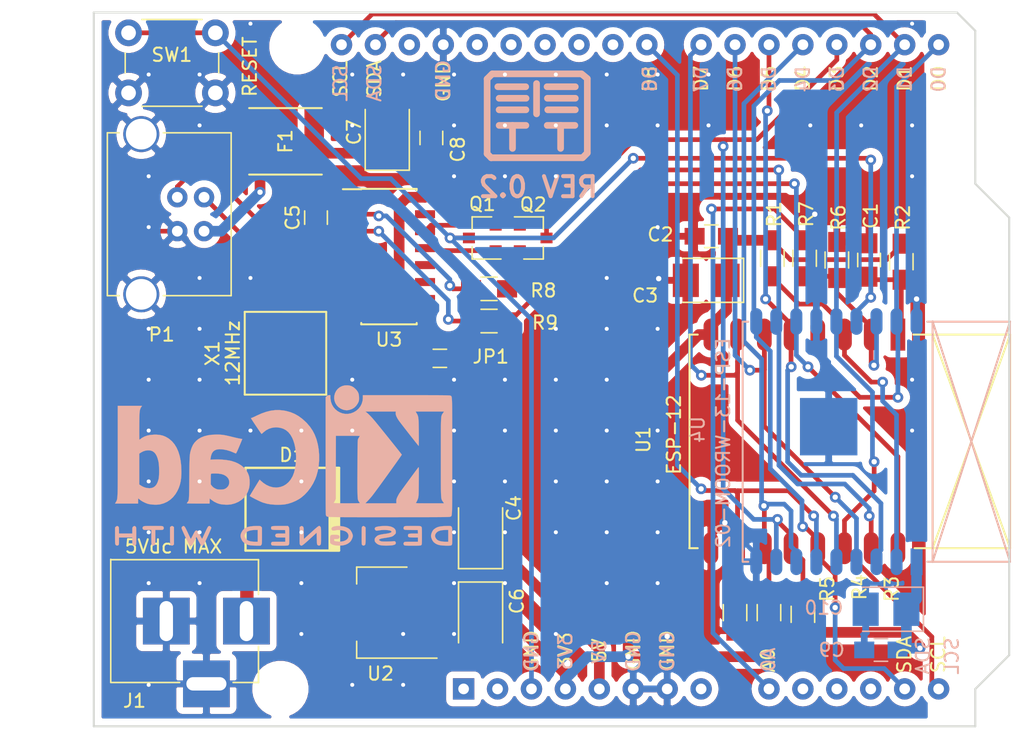
<source format=kicad_pcb>
(kicad_pcb (version 20171130) (host pcbnew "(5.1.12)-1")
  (layers (0 F.Cu signal) (31 B.Cu signal) (34 B.Paste user hide) (35 F.Paste user hide) (36 B.SilkS user hide) (37 F.SilkS user hide) (38 B.Mask user hide) (39 F.Mask user hide) (44 Edge.Cuts user))
  (net 0 "")
  (net 1 /GPIO5)
  (net 2 /GPIO4)
  (net 3 GND)
  (net 4 /A0)
  (net 5 /RX)
  (net 6 /TX)
  (net 7 /RESET)
  (net 8 +3V3)
  (net 9 "Net-(C5-Pad1)")
  (net 10 +5V)
  (net 11 "Net-(JP1-Pad2)")
  (net 12 "Net-(P1-Pad2)")
  (net 13 "Net-(F1-Pad2)")
  (net 14 "Net-(P1-Pad3)")
  (net 15 /RTS)
  (net 16 /DTR)
  (net 17 /GPIO0)
  (net 18 /EN)
  (net 19 /GPIO2)
  (net 20 /GPIO15)
  (net 21 /ADC)
  (net 22 /GPIO16)
  (net 23 /GPIO14)
  (net 24 /GPIO12)
  (net 25 /GPIO13)
  (net 26 "Net-(U3-Pad7)")
  (net 27 "Net-(U3-Pad8)")
  (net 28 "Net-(R8-Pad1)")
  (net 29 "Net-(R9-Pad1)")
  (net 30 "Net-(D1-Pad2)")
  (module w_smd_diode:do214ab (layer F.Cu) (at 125.984 116.967 180)
    (fp_text reference D1 (at 0 4.064 180) (layer F.SilkS))
    (fp_text value SS34 hide)
    (pad 2 smd rect (at 3.39852 0 180) (size 1.99898 3.19786) (layers F.Cu F.Paste F.Mask) (net 30 "Net-(D1-Pad2)"))
    (pad 1 smd rect (at -3.39852 0 180) (size 1.99898 3.19786) (layers F.Cu F.Paste F.Mask) (net 10 +5V))
  )
  (module myfootprints:ESP-13-WROOM-02 (layer B.Cu) (at 172.72 120.904 90)
    (fp_text reference U4 (at 9.906 -16.383 90) (layer B.SilkS) (effects (justify mirror)))
    (fp_text value ESP-13-WROOM-02 (at 8.89 -14.478 90) (layer B.SilkS) (effects (justify mirror)))
    (pad 10 smd oval (at 18 -12 90) (size 2 0.9) (layers B.Cu B.Paste B.Mask) (net 2 /GPIO4))
    (pad 9 smd oval (at 0 -12 90) (size 2 0.9) (layers B.Cu B.Paste B.Mask) (net 3 GND))
    (pad 1 smd rect (at 0 0 90) (size 2 0.9) (layers B.Cu B.Paste B.Mask) (net 8 +3V3))
    (pad 2 smd oval (at 0 -1.5 90) (size 2 0.9) (layers B.Cu B.Paste B.Mask) (net 18 /EN))
    (pad 3 smd oval (at 0 -3 90) (size 2 0.9) (layers B.Cu B.Paste B.Mask) (net 23 /GPIO14))
    (pad 4 smd oval (at 0 -4.5 90) (size 2 0.9) (layers B.Cu B.Paste B.Mask) (net 24 /GPIO12))
    (pad 5 smd oval (at 0 -6 90) (size 2 0.9) (layers B.Cu B.Paste B.Mask) (net 25 /GPIO13))
    (pad 6 smd oval (at 0 -7.5 90) (size 2 0.9) (layers B.Cu B.Paste B.Mask) (net 20 /GPIO15))
    (pad 7 smd oval (at 0 -9 90) (size 2 0.9) (layers B.Cu B.Paste B.Mask) (net 19 /GPIO2))
    (pad 8 smd oval (at 0 -10.5 90) (size 2 0.9) (layers B.Cu B.Paste B.Mask) (net 17 /GPIO0))
    (pad 11 smd oval (at 18 -10.5 90) (size 2 0.9) (layers B.Cu B.Paste B.Mask) (net 5 /RX))
    (pad 12 smd oval (at 18 -9 90) (size 2 0.9) (layers B.Cu B.Paste B.Mask) (net 6 /TX))
    (pad 13 smd oval (at 18 -7.5 90) (size 2 0.9) (layers B.Cu B.Paste B.Mask) (net 3 GND))
    (pad 14 smd oval (at 18 -6 90) (size 2 0.9) (layers B.Cu B.Paste B.Mask) (net 1 /GPIO5))
    (pad 15 smd oval (at 18 -4.5 90) (size 2 0.9) (layers B.Cu B.Paste B.Mask) (net 7 /RESET))
    (pad 16 smd oval (at 18 -3 90) (size 2 0.9) (layers B.Cu B.Paste B.Mask) (net 21 /ADC))
    (pad 17 smd oval (at 18 -1.5 90) (size 2 0.9) (layers B.Cu B.Paste B.Mask) (net 22 /GPIO16))
    (pad 18 smd oval (at 18 0 90) (size 2 0.9) (layers B.Cu B.Paste B.Mask) (net 3 GND))
    (pad PAD smd rect (at 10.12 -6.58 90) (size 4.3 4.3) (layers B.Cu B.Paste B.Mask) (net 3 GND))
  )
  (module myfootprints:ESP-12 (layer F.Cu) (at 171.323 103.886 270)
    (fp_text reference U1 (at 7.874 19.05 90) (layer F.SilkS))
    (fp_text value ESP-12 (at 7.493 16.764 270) (layer F.SilkS))
    (pad 16 smd oval (at 16 0 270) (size 2.4 1.1) (layers F.Cu F.Paste F.Mask) (net 6 /TX))
    (pad 15 smd oval (at 16 2 270) (size 2.4 1.1) (layers F.Cu F.Paste F.Mask) (net 5 /RX))
    (pad 14 smd oval (at 16 4 270) (size 2.4 1.1) (layers F.Cu F.Paste F.Mask) (net 1 /GPIO5))
    (pad 13 smd oval (at 16 6 270) (size 2.4 1.1) (layers F.Cu F.Paste F.Mask) (net 2 /GPIO4))
    (pad 12 smd oval (at 16 8 270) (size 2.4 1.1) (layers F.Cu F.Paste F.Mask) (net 17 /GPIO0))
    (pad 11 smd oval (at 16 10 270) (size 2.4 1.1) (layers F.Cu F.Paste F.Mask) (net 19 /GPIO2))
    (pad 10 smd oval (at 16 12 270) (size 2.4 1.1) (layers F.Cu F.Paste F.Mask) (net 20 /GPIO15))
    (pad 9 smd oval (at 16 14 270) (size 2.4 1.1) (layers F.Cu F.Paste F.Mask) (net 3 GND))
    (pad 8 smd oval (at 0 14 270) (size 2.4 1.1) (layers F.Cu F.Paste F.Mask) (net 8 +3V3))
    (pad 7 smd oval (at 0 12 270) (size 2.4 1.1) (layers F.Cu F.Paste F.Mask) (net 25 /GPIO13))
    (pad 6 smd oval (at 0 10 270) (size 2.4 1.1) (layers F.Cu F.Paste F.Mask) (net 24 /GPIO12))
    (pad 5 smd oval (at 0 8 270) (size 2.4 1.1) (layers F.Cu F.Paste F.Mask) (net 23 /GPIO14))
    (pad 4 smd oval (at 0 6 270) (size 2.4 1.1) (layers F.Cu F.Paste F.Mask) (net 22 /GPIO16))
    (pad 3 smd oval (at 0 4 270) (size 2.4 1.1) (layers F.Cu F.Paste F.Mask) (net 18 /EN))
    (pad 2 smd oval (at 0 2 270) (size 2.4 1.1) (layers F.Cu F.Paste F.Mask) (net 21 /ADC))
    (pad 1 smd rect (at 0 0 270) (size 2.4 1.1) (layers F.Cu F.Paste F.Mask) (net 7 /RESET))
  )
  (module Connectors:BARREL_JACK (layer F.Cu) (at 122.555 125.349)
    (fp_text reference J1 (at -8.382 5.969 180) (layer F.SilkS))
    (fp_text value Barrel_Jack)
    (pad 1 thru_hole rect (at 0 0) (size 3.5 3.5) (drill oval 1 3) (layers *.Cu *.Mask) (net 30 "Net-(D1-Pad2)"))
    (pad 2 thru_hole rect (at -6 0) (size 3.5 3.5) (drill oval 1 3) (layers *.Cu *.Mask) (net 3 GND))
    (pad 3 thru_hole rect (at -3 4.7) (size 3.5 3.5) (drill oval 3 1) (layers *.Cu *.Mask) (net 3 GND))
  )
  (module Modules:Arduino_UNO_R3 (layer B.Cu) (at 138.811 130.429)
    (fp_text reference A1 hide)
    (fp_text value Arduino_UNO_R3)
    (pad 32 thru_hole oval (at -9.14 -48.26 270) (size 1.6 1.6) (drill 0.8) (layers *.Cu *.Mask) (net 1 /GPIO5))
    (pad 31 thru_hole oval (at -6.6 -48.26 270) (size 1.6 1.6) (drill 0.8) (layers *.Cu *.Mask) (net 2 /GPIO4))
    (pad 1 thru_hole rect (at 0 0 270) (size 1.6 1.6) (drill 0.8) (layers *.Cu *.Mask))
    (pad 17 thru_hole oval (at 30.48 -48.26 270) (size 1.6 1.6) (drill 0.8) (layers *.Cu *.Mask) (net 2 /GPIO4))
    (pad 2 thru_hole oval (at 2.54 0 270) (size 1.6 1.6) (drill 0.8) (layers *.Cu *.Mask))
    (pad 18 thru_hole oval (at 27.94 -48.26 270) (size 1.6 1.6) (drill 0.8) (layers *.Cu *.Mask) (net 17 /GPIO0))
    (pad 3 thru_hole oval (at 5.08 0 270) (size 1.6 1.6) (drill 0.8) (layers *.Cu *.Mask) (net 7 /RESET))
    (pad 19 thru_hole oval (at 25.4 -48.26 270) (size 1.6 1.6) (drill 0.8) (layers *.Cu *.Mask) (net 19 /GPIO2))
    (pad 4 thru_hole oval (at 7.62 0 270) (size 1.6 1.6) (drill 0.8) (layers *.Cu *.Mask) (net 8 +3V3))
    (pad 20 thru_hole oval (at 22.86 -48.26 270) (size 1.6 1.6) (drill 0.8) (layers *.Cu *.Mask) (net 23 /GPIO14))
    (pad 5 thru_hole oval (at 10.16 0 270) (size 1.6 1.6) (drill 0.8) (layers *.Cu *.Mask) (net 10 +5V))
    (pad 21 thru_hole oval (at 20.32 -48.26 270) (size 1.6 1.6) (drill 0.8) (layers *.Cu *.Mask) (net 24 /GPIO12))
    (pad 6 thru_hole oval (at 12.7 0 270) (size 1.6 1.6) (drill 0.8) (layers *.Cu *.Mask) (net 3 GND))
    (pad 22 thru_hole oval (at 17.78 -48.26 270) (size 1.6 1.6) (drill 0.8) (layers *.Cu *.Mask) (net 25 /GPIO13))
    (pad 7 thru_hole oval (at 15.24 0 270) (size 1.6 1.6) (drill 0.8) (layers *.Cu *.Mask) (net 3 GND))
    (pad 23 thru_hole oval (at 13.72 -48.26 270) (size 1.6 1.6) (drill 0.8) (layers *.Cu *.Mask) (net 20 /GPIO15))
    (pad 8 thru_hole oval (at 17.78 0 270) (size 1.6 1.6) (drill 0.8) (layers *.Cu *.Mask))
    (pad 24 thru_hole oval (at 11.18 -48.26 270) (size 1.6 1.6) (drill 0.8) (layers *.Cu *.Mask))
    (pad 9 thru_hole oval (at 22.86 0 270) (size 1.6 1.6) (drill 0.8) (layers *.Cu *.Mask) (net 4 /A0))
    (pad 25 thru_hole oval (at 8.64 -48.26 270) (size 1.6 1.6) (drill 0.8) (layers *.Cu *.Mask))
    (pad 10 thru_hole oval (at 25.4 0 270) (size 1.6 1.6) (drill 0.8) (layers *.Cu *.Mask))
    (pad 26 thru_hole oval (at 6.1 -48.26 270) (size 1.6 1.6) (drill 0.8) (layers *.Cu *.Mask))
    (pad 11 thru_hole oval (at 27.94 0 270) (size 1.6 1.6) (drill 0.8) (layers *.Cu *.Mask))
    (pad 27 thru_hole oval (at 3.56 -48.26 270) (size 1.6 1.6) (drill 0.8) (layers *.Cu *.Mask))
    (pad 12 thru_hole oval (at 30.48 0 270) (size 1.6 1.6) (drill 0.8) (layers *.Cu *.Mask))
    (pad 28 thru_hole oval (at 1.02 -48.26 270) (size 1.6 1.6) (drill 0.8) (layers *.Cu *.Mask))
    (pad 13 thru_hole oval (at 33.02 0 270) (size 1.6 1.6) (drill 0.8) (layers *.Cu *.Mask) (net 2 /GPIO4))
    (pad 29 thru_hole oval (at -1.52 -48.26 270) (size 1.6 1.6) (drill 0.8) (layers *.Cu *.Mask) (net 3 GND))
    (pad 14 thru_hole oval (at 35.56 0 270) (size 1.6 1.6) (drill 0.8) (layers *.Cu *.Mask) (net 1 /GPIO5))
    (pad 30 thru_hole oval (at -4.06 -48.26 270) (size 1.6 1.6) (drill 0.8) (layers *.Cu *.Mask))
    (pad 15 thru_hole oval (at 35.56 -48.26 270) (size 1.6 1.6) (drill 0.8) (layers *.Cu *.Mask) (net 22 /GPIO16))
    (pad 16 thru_hole oval (at 33.02 -48.26 270) (size 1.6 1.6) (drill 0.8) (layers *.Cu *.Mask) (net 1 /GPIO5))
  )
  (module Connectors:USB_B (layer F.Cu) (at 119.38 96.139 180)
    (fp_text reference P1 (at 3.175 -7.747) (layer F.SilkS))
    (fp_text value USB)
    (pad 2 thru_hole circle (at 0 2.54 90) (size 1.52 1.52) (drill 0.81) (layers *.Cu *.Mask) (net 12 "Net-(P1-Pad2)"))
    (pad 1 thru_hole circle (at 0 0 90) (size 1.52 1.52) (drill 0.81) (layers *.Cu *.Mask) (net 13 "Net-(F1-Pad2)"))
    (pad 4 thru_hole circle (at 2 0 90) (size 1.52 1.52) (drill 0.81) (layers *.Cu *.Mask) (net 3 GND))
    (pad 3 thru_hole circle (at 2 2.54 90) (size 1.52 1.52) (drill 0.81) (layers *.Cu *.Mask) (net 14 "Net-(P1-Pad3)"))
    (pad 5 thru_hole circle (at 4.7 7.27 90) (size 2.7 2.7) (drill 2.3) (layers *.Cu *.Mask) (net 3 GND))
    (pad 5 thru_hole circle (at 4.7 -4.73 90) (size 2.7 2.7) (drill 2.3) (layers *.Cu *.Mask) (net 3 GND))
  )
  (module myfootprints:my_logo (layer B.Cu) (at 144.272 88.138 180)
    (fp_text reference REF** hide)
    (fp_text value my_logo hide)
  )
  (module Symbols:KiCad-Logo2_12mm_SilkScreen (layer B.Cu) (at 125.349 113.665 180)
    (fp_text reference REF*** hide)
    (fp_text value KiCad-Logo2_12mm_SilkScreen hide)
  )
  (module Mounting_Holes:MountingHole_3.2mm_M3 (layer F.Cu) (at 125.095 130.429)
    (fp_text reference REF** hide)
    (fp_text value MountingHole_3.2mm_M3)
    (pad 1 np_thru_hole circle (at 0 0) (size 3.2 3.2) (drill 3.2) (layers *.Cu *.Mask))
  )
  (module Mounting_Holes:MountingHole_3.2mm_M3 (layer F.Cu) (at 126.365 82.296)
    (fp_text reference REF** hide)
    (fp_text value MountingHole_3.2mm_M3)
    (pad 1 np_thru_hole circle (at 0 0) (size 3.2 3.2) (drill 3.2) (layers *.Cu *.Mask))
  )
  (module Mounting_Holes:MountingHole_3.2mm_M3 (layer F.Cu) (at 177.165 97.536)
    (fp_text reference REF** hide)
    (fp_text value MountingHole_3.2mm_M3)
    (pad 1 np_thru_hole circle (at 0 0) (size 3.2 3.2) (drill 3.2) (layers *.Cu *.Mask))
  )
  (module Mounting_Holes:MountingHole_3.2mm_M3 (layer F.Cu) (at 177.292 125.476)
    (fp_text reference REF** hide)
    (fp_text value MountingHole_3.2mm_M3)
    (pad 1 np_thru_hole circle (at 0 0) (size 3.2 3.2) (drill 3.2) (layers *.Cu *.Mask))
  )
  (module Capacitors_SMD:C_0805_HandSoldering (layer F.Cu) (at 169.164 98.298 270)
    (fp_text reference C1 (at -3.302 -0.127 270) (layer F.SilkS))
    (fp_text value 100n)
    (pad 2 smd rect (at 1.25 0 270) (size 1.5 1.25) (layers F.Cu F.Paste F.Mask) (net 7 /RESET))
    (pad 1 smd rect (at -1.25 0 270) (size 1.5 1.25) (layers F.Cu F.Paste F.Mask) (net 3 GND))
  )
  (module Capacitors_SMD:C_0805_HandSoldering (layer F.Cu) (at 157.353 96.52)
    (fp_text reference C2 (at -3.81 -0.127) (layer F.SilkS))
    (fp_text value 100n)
    (pad 1 smd rect (at -1.25 0) (size 1.5 1.25) (layers F.Cu F.Paste F.Mask) (net 3 GND))
    (pad 2 smd rect (at 1.25 0) (size 1.5 1.25) (layers F.Cu F.Paste F.Mask) (net 8 +3V3))
  )
  (module Capacitors_SMD:C_0805_HandSoldering (layer F.Cu) (at 127.762 95.123 90)
    (fp_text reference C5 (at 0 -1.75 90) (layer F.SilkS))
    (fp_text value 10n)
    (pad 1 smd rect (at -1.25 0 90) (size 1.5 1.25) (layers F.Cu F.Paste F.Mask) (net 9 "Net-(C5-Pad1)"))
    (pad 2 smd rect (at 1.25 0 90) (size 1.5 1.25) (layers F.Cu F.Paste F.Mask) (net 3 GND))
  )
  (module Capacitors_SMD:C_0805_HandSoldering (layer F.Cu) (at 136.398 89.154 270)
    (fp_text reference C8 (at 0.8636 -1.9812 270) (layer F.SilkS))
    (fp_text value 100n)
    (pad 2 smd rect (at 1.25 0 270) (size 1.5 1.25) (layers F.Cu F.Paste F.Mask) (net 10 +5V))
    (pad 1 smd rect (at -1.25 0 270) (size 1.5 1.25) (layers F.Cu F.Paste F.Mask) (net 3 GND))
  )
  (module Resistors_SMD:R_0603_HandSoldering (layer F.Cu) (at 137.033 105.664 180)
    (fp_text reference JP1 (at -3.81 0.127 180) (layer F.SilkS))
    (fp_text value CTS)
    (pad 1 smd rect (at -1.1 0 180) (size 1.2 0.9) (layers F.Cu F.Paste F.Mask) (net 3 GND))
    (pad 2 smd rect (at 1.1 0 180) (size 1.2 0.9) (layers F.Cu F.Paste F.Mask) (net 11 "Net-(JP1-Pad2)"))
  )
  (module TO_SOT_Packages_SMD:SOT-23 (layer F.Cu) (at 140.208 96.647 180)
    (fp_text reference Q1 (at 0 2.54 180) (layer F.SilkS))
    (fp_text value 2N2222)
    (pad 3 smd rect (at 1 0 180) (size 0.9 0.8) (layers F.Cu F.Paste F.Mask) (net 7 /RESET))
    (pad 2 smd rect (at -1 0.95 180) (size 0.9 0.8) (layers F.Cu F.Paste F.Mask) (net 15 /RTS))
    (pad 1 smd rect (at -1 -0.95 180) (size 0.9 0.8) (layers F.Cu F.Paste F.Mask) (net 16 /DTR))
  )
  (module TO_SOT_Packages_SMD:SOT-23 (layer F.Cu) (at 144.018 96.647)
    (fp_text reference Q2 (at 0 -2.5) (layer F.SilkS))
    (fp_text value 2N2222)
    (pad 1 smd rect (at -1 -0.95) (size 0.9 0.8) (layers F.Cu F.Paste F.Mask) (net 15 /RTS))
    (pad 2 smd rect (at -1 0.95) (size 0.9 0.8) (layers F.Cu F.Paste F.Mask) (net 16 /DTR))
    (pad 3 smd rect (at 1 0) (size 0.9 0.8) (layers F.Cu F.Paste F.Mask) (net 17 /GPIO0))
  )
  (module Resistors_SMD:R_0805_HandSoldering (layer F.Cu) (at 161.925 98.171 90)
    (fp_text reference R1 (at 3.302 0.127 90) (layer F.SilkS))
    (fp_text value 10K)
    (pad 1 smd rect (at -1.35 0 90) (size 1.5 1.3) (layers F.Cu F.Paste F.Mask) (net 18 /EN))
    (pad 2 smd rect (at 1.35 0 90) (size 1.5 1.3) (layers F.Cu F.Paste F.Mask) (net 8 +3V3))
  )
  (module Resistors_SMD:R_0805_HandSoldering (layer F.Cu) (at 171.577 98.425 90)
    (fp_text reference R2 (at 3.302 0.127 90) (layer F.SilkS))
    (fp_text value 10K)
    (pad 1 smd rect (at -1.35 0 90) (size 1.5 1.3) (layers F.Cu F.Paste F.Mask) (net 7 /RESET))
    (pad 2 smd rect (at 1.35 0 90) (size 1.5 1.3) (layers F.Cu F.Paste F.Mask) (net 8 +3V3))
  )
  (module Resistors_SMD:R_0805_HandSoldering (layer F.Cu) (at 164.211 124.841 270)
    (fp_text reference R3 (at -1.905 -6.6548 270) (layer F.SilkS))
    (fp_text value 10K)
    (pad 2 smd rect (at 1.35 0 270) (size 1.5 1.3) (layers F.Cu F.Paste F.Mask) (net 8 +3V3))
    (pad 1 smd rect (at -1.35 0 270) (size 1.5 1.3) (layers F.Cu F.Paste F.Mask) (net 17 /GPIO0))
  )
  (module Resistors_SMD:R_0805_HandSoldering (layer F.Cu) (at 161.671 124.714 270)
    (fp_text reference R4 (at -1.905 -6.7818 270) (layer F.SilkS))
    (fp_text value 10K)
    (pad 1 smd rect (at -1.35 0 270) (size 1.5 1.3) (layers F.Cu F.Paste F.Mask) (net 19 /GPIO2))
    (pad 2 smd rect (at 1.35 0 270) (size 1.5 1.3) (layers F.Cu F.Paste F.Mask) (net 8 +3V3))
  )
  (module Resistors_SMD:R_0805_HandSoldering (layer F.Cu) (at 159.131 124.714 270)
    (fp_text reference R5 (at -1.778 -6.9088 270) (layer F.SilkS))
    (fp_text value 10K)
    (pad 2 smd rect (at 1.35 0 270) (size 1.5 1.3) (layers F.Cu F.Paste F.Mask) (net 3 GND))
    (pad 1 smd rect (at -1.35 0 270) (size 1.5 1.3) (layers F.Cu F.Paste F.Mask) (net 20 /GPIO15))
  )
  (module Resistors_SMD:R_0805_HandSoldering (layer F.Cu) (at 166.751 98.298 90)
    (fp_text reference R6 (at 3.175 0.127 90) (layer F.SilkS))
    (fp_text value 100K)
    (pad 1 smd rect (at -1.35 0 90) (size 1.5 1.3) (layers F.Cu F.Paste F.Mask) (net 21 /ADC))
    (pad 2 smd rect (at 1.35 0 90) (size 1.5 1.3) (layers F.Cu F.Paste F.Mask) (net 3 GND))
  )
  (module Resistors_SMD:R_0805_HandSoldering (layer F.Cu) (at 164.338 98.171 270)
    (fp_text reference R7 (at -3.302 -0.127 270) (layer F.SilkS))
    (fp_text value 220K)
    (pad 2 smd rect (at 1.35 0 270) (size 1.5 1.3) (layers F.Cu F.Paste F.Mask) (net 21 /ADC))
    (pad 1 smd rect (at -1.35 0 270) (size 1.5 1.3) (layers F.Cu F.Paste F.Mask) (net 4 /A0))
  )
  (module TO_SOT_Packages_SMD:SOT-223 (layer F.Cu) (at 132.715 124.714 180)
    (fp_text reference U2 (at 0.127 -4.572 180) (layer F.SilkS))
    (fp_text value AMS1117-3.3)
    (pad 4 smd rect (at 3.15 0 180) (size 2 3.8) (layers F.Cu F.Paste F.Mask))
    (pad 2 smd rect (at -3.15 0 180) (size 2 1.5) (layers F.Cu F.Paste F.Mask) (net 8 +3V3))
    (pad 3 smd rect (at -3.15 2.3 180) (size 2 1.5) (layers F.Cu F.Paste F.Mask) (net 10 +5V))
    (pad 1 smd rect (at -3.15 -2.3 180) (size 2 1.5) (layers F.Cu F.Paste F.Mask) (net 3 GND))
  )
  (module Housings_SOIC:SOIC-16_3.9x9.9mm_Pitch1.27mm (layer F.Cu) (at 133.223 98.044)
    (fp_text reference U3 (at 0 6.223) (layer F.SilkS))
    (fp_text value CH340G)
    (pad 1 smd rect (at -2.7 -4.445) (size 1.5 0.6) (layers F.Cu F.Paste F.Mask) (net 3 GND))
    (pad 2 smd rect (at -2.7 -3.175) (size 1.5 0.6) (layers F.Cu F.Paste F.Mask) (net 28 "Net-(R8-Pad1)"))
    (pad 3 smd rect (at -2.7 -1.905) (size 1.5 0.6) (layers F.Cu F.Paste F.Mask) (net 29 "Net-(R9-Pad1)"))
    (pad 4 smd rect (at -2.7 -0.635) (size 1.5 0.6) (layers F.Cu F.Paste F.Mask) (net 9 "Net-(C5-Pad1)"))
    (pad 5 smd rect (at -2.7 0.635) (size 1.5 0.6) (layers F.Cu F.Paste F.Mask) (net 14 "Net-(P1-Pad3)"))
    (pad 6 smd rect (at -2.7 1.905) (size 1.5 0.6) (layers F.Cu F.Paste F.Mask) (net 12 "Net-(P1-Pad2)"))
    (pad 7 smd rect (at -2.7 3.175) (size 1.5 0.6) (layers F.Cu F.Paste F.Mask) (net 26 "Net-(U3-Pad7)"))
    (pad 8 smd rect (at -2.7 4.445) (size 1.5 0.6) (layers F.Cu F.Paste F.Mask) (net 27 "Net-(U3-Pad8)"))
    (pad 9 smd rect (at 2.7 4.445) (size 1.5 0.6) (layers F.Cu F.Paste F.Mask) (net 11 "Net-(JP1-Pad2)"))
    (pad 10 smd rect (at 2.7 3.175) (size 1.5 0.6) (layers F.Cu F.Paste F.Mask))
    (pad 11 smd rect (at 2.7 1.905) (size 1.5 0.6) (layers F.Cu F.Paste F.Mask))
    (pad 12 smd rect (at 2.7 0.635) (size 1.5 0.6) (layers F.Cu F.Paste F.Mask))
    (pad 13 smd rect (at 2.7 -0.635) (size 1.5 0.6) (layers F.Cu F.Paste F.Mask) (net 16 /DTR))
    (pad 14 smd rect (at 2.7 -1.905) (size 1.5 0.6) (layers F.Cu F.Paste F.Mask) (net 15 /RTS))
    (pad 15 smd rect (at 2.7 -3.175) (size 1.5 0.6) (layers F.Cu F.Paste F.Mask))
    (pad 16 smd rect (at 2.7 -4.445) (size 1.5 0.6) (layers F.Cu F.Paste F.Mask) (net 10 +5V))
  )
  (module myfootprints:ZTTCS-3 (layer F.Cu) (at 125.476 105.283 270)
    (fp_text reference X1 (at 0 5.461 270) (layer F.SilkS))
    (fp_text value 12MHz (at 0 3.937 270) (layer F.SilkS))
    (pad 1 smd rect (at -1.95 0 270) (size 0.8 5.1) (layers F.Cu F.Paste F.Mask) (net 26 "Net-(U3-Pad7)"))
    (pad 2 smd rect (at 0 0 270) (size 1.3 5.1) (layers F.Cu F.Paste F.Mask) (net 3 GND))
    (pad 3 smd rect (at 1.95 0 270) (size 0.8 5.1) (layers F.Cu F.Paste F.Mask) (net 27 "Net-(U3-Pad8)"))
  )
  (module Buttons_Switches_THT:SW_PUSH_6mm (layer F.Cu) (at 113.7285 81.28)
    (fp_text reference SW1 (at 3.2385 1.651) (layer F.SilkS))
    (fp_text value RESET (at 9.0805 2.54 90) (layer F.SilkS))
    (pad 2 thru_hole circle (at 0 4.5 90) (size 2 2) (drill 1.1) (layers *.Cu *.Mask) (net 3 GND))
    (pad 1 thru_hole circle (at 0 0 90) (size 2 2) (drill 1.1) (layers *.Cu *.Mask) (net 7 /RESET))
    (pad 2 thru_hole circle (at 6.5 4.5 90) (size 2 2) (drill 1.1) (layers *.Cu *.Mask) (net 3 GND))
    (pad 1 thru_hole circle (at 6.5 0 90) (size 2 2) (drill 1.1) (layers *.Cu *.Mask) (net 7 /RESET))
  )
  (module Capacitors_Tantalum_SMD:CP_Tantalum_Case-B_EIA-3528-21_Reflow (layer F.Cu) (at 156.972 99.822 180)
    (fp_text reference C3 (at 4.572 -1.143 180) (layer F.SilkS))
    (fp_text value 10u)
    (pad 1 smd rect (at -1.525 0 180) (size 1.95 2.5) (layers F.Cu F.Paste F.Mask) (net 8 +3V3))
    (pad 2 smd rect (at 1.525 0 180) (size 1.95 2.5) (layers F.Cu F.Paste F.Mask) (net 3 GND))
  )
  (module Capacitors_Tantalum_SMD:CP_Tantalum_Case-B_EIA-3528-21_Reflow (layer F.Cu) (at 140.081 118.618 90)
    (fp_text reference C4 (at 1.7272 2.4892 90) (layer F.SilkS))
    (fp_text value 22u)
    (pad 2 smd rect (at 1.525 0 90) (size 1.95 2.5) (layers F.Cu F.Paste F.Mask) (net 3 GND))
    (pad 1 smd rect (at -1.525 0 90) (size 1.95 2.5) (layers F.Cu F.Paste F.Mask) (net 10 +5V))
  )
  (module Capacitors_Tantalum_SMD:CP_Tantalum_Case-B_EIA-3528-21_Reflow (layer F.Cu) (at 140.081 125.222 270)
    (fp_text reference C6 (at -1.3716 -2.7178 270) (layer F.SilkS))
    (fp_text value 22u)
    (pad 2 smd rect (at 1.525 0 270) (size 1.95 2.5) (layers F.Cu F.Paste F.Mask) (net 3 GND))
    (pad 1 smd rect (at -1.525 0 270) (size 1.95 2.5) (layers F.Cu F.Paste F.Mask) (net 8 +3V3))
  )
  (module Capacitors_Tantalum_SMD:CP_Tantalum_Case-B_EIA-3528-21_Reflow (layer F.Cu) (at 133.096 88.773 90)
    (fp_text reference C7 (at 0.0508 -2.4892 90) (layer F.SilkS))
    (fp_text value 10u)
    (pad 1 smd rect (at -1.525 0 90) (size 1.95 2.5) (layers F.Cu F.Paste F.Mask) (net 10 +5V))
    (pad 2 smd rect (at 1.525 0 90) (size 1.95 2.5) (layers F.Cu F.Paste F.Mask) (net 3 GND))
  )
  (module myfootprints:mf-smdf050 (layer F.Cu) (at 125.476 89.408 90)
    (fp_text reference F1 (at 0 0 90) (layer F.SilkS))
    (fp_text value MF-SMDF050)
    (pad 1 smd rect (at 0 2.15 90) (size 4.84 1.46) (layers F.Cu F.Paste F.Mask) (net 10 +5V))
    (pad 2 smd rect (at 0 -2.15 90) (size 4.84 1.46) (layers F.Cu F.Paste F.Mask) (net 13 "Net-(F1-Pad2)"))
  )
  (module Resistors_SMD:R_0805_HandSoldering (layer F.Cu) (at 140.716 100.457)
    (fp_text reference R8 (at 4.064 0.127) (layer F.SilkS))
    (fp_text value 470)
    (pad 2 smd rect (at 1.35 0) (size 1.5 1.3) (layers F.Cu F.Paste F.Mask) (net 5 /RX))
    (pad 1 smd rect (at -1.35 0) (size 1.5 1.3) (layers F.Cu F.Paste F.Mask) (net 28 "Net-(R8-Pad1)"))
  )
  (module Resistors_SMD:R_0805_HandSoldering (layer F.Cu) (at 140.716 102.87)
    (fp_text reference R9 (at 4.191 0.127) (layer F.SilkS))
    (fp_text value 470)
    (pad 1 smd rect (at -1.35 0) (size 1.5 1.3) (layers F.Cu F.Paste F.Mask) (net 29 "Net-(R9-Pad1)"))
    (pad 2 smd rect (at 1.35 0) (size 1.5 1.3) (layers F.Cu F.Paste F.Mask) (net 6 /TX))
  )
  (module Capacitors_SMD:C_0805_HandSoldering (layer B.Cu) (at 170.053 127.508)
    (fp_text reference C9 (at -3.683 0) (layer B.SilkS) (effects (justify mirror)))
    (fp_text value 100n)
    (pad 1 smd rect (at -1.25 0) (size 1.5 1.25) (layers B.Cu B.Paste B.Mask) (net 3 GND))
    (pad 2 smd rect (at 1.25 0) (size 1.5 1.25) (layers B.Cu B.Paste B.Mask) (net 8 +3V3))
  )
  (module Capacitors_Tantalum_SMD:CP_Tantalum_Case-B_EIA-3528-21_Reflow (layer B.Cu) (at 170.434 124.46 180)
    (fp_text reference C10 (at 4.650999 0.1105 180) (layer B.SilkS) (effects (justify mirror)))
    (fp_text value 10u)
    (pad 1 smd rect (at -1.525 0 180) (size 1.95 2.5) (layers B.Cu B.Paste B.Mask) (net 8 +3V3))
    (pad 2 smd rect (at 1.525 0 180) (size 1.95 2.5) (layers B.Cu B.Paste B.Mask) (net 3 GND))
  )
  (module VIA_MATRIX (layer F.Cu) (at 122.854999 80.5945)
    (fp_text reference V5_1 hide)
    (fp_text value AUTO_VIA hide)
    (pad 1 thru_hole circle (at 0 0) (size 0.4 0.4) (drill 0.3) (layers *.Cu) (net 3 GND) (clearance 0.3))
  )
  (module VIA_MATRIX (layer F.Cu) (at 172.384999 80.5945)
    (fp_text reference V18_1 hide)
    (fp_text value AUTO_VIA hide)
    (pad 1 thru_hole circle (at 0 0) (size 0.4 0.4) (drill 0.3) (layers *.Cu) (net 3 GND) (clearance 0.3))
  )
  (module VIA_MATRIX (layer F.Cu) (at 115.234999 84.4045)
    (fp_text reference V3_2 hide)
    (fp_text value AUTO_VIA hide)
    (pad 1 thru_hole circle (at 0 0) (size 0.4 0.4) (drill 0.3) (layers *.Cu) (net 3 GND) (clearance 0.3))
  )
  (module VIA_MATRIX (layer F.Cu) (at 119.044999 84.4045)
    (fp_text reference V4_2 hide)
    (fp_text value AUTO_VIA hide)
    (pad 1 thru_hole circle (at 0 0) (size 0.4 0.4) (drill 0.3) (layers *.Cu) (net 3 GND) (clearance 0.3))
  )
  (module VIA_MATRIX (layer F.Cu) (at 130.474999 84.4045)
    (fp_text reference V7_2 hide)
    (fp_text value AUTO_VIA hide)
    (pad 1 thru_hole circle (at 0 0) (size 0.4 0.4) (drill 0.3) (layers *.Cu) (net 3 GND) (clearance 0.3))
  )
  (module VIA_MATRIX (layer F.Cu) (at 134.284999 84.4045)
    (fp_text reference V8_2 hide)
    (fp_text value AUTO_VIA hide)
    (pad 1 thru_hole circle (at 0 0) (size 0.4 0.4) (drill 0.3) (layers *.Cu) (net 3 GND) (clearance 0.3))
  )
  (module VIA_MATRIX (layer F.Cu) (at 138.094999 84.4045)
    (fp_text reference V9_2 hide)
    (fp_text value AUTO_VIA hide)
    (pad 1 thru_hole circle (at 0 0) (size 0.4 0.4) (drill 0.3) (layers *.Cu) (net 3 GND) (clearance 0.3))
  )
  (module VIA_MATRIX (layer F.Cu) (at 141.904999 84.4045)
    (fp_text reference V10_2 hide)
    (fp_text value AUTO_VIA hide)
    (pad 1 thru_hole circle (at 0 0) (size 0.4 0.4) (drill 0.3) (layers *.Cu) (net 3 GND) (clearance 0.3))
  )
  (module VIA_MATRIX (layer F.Cu) (at 145.714999 84.4045)
    (fp_text reference V11_2 hide)
    (fp_text value AUTO_VIA hide)
    (pad 1 thru_hole circle (at 0 0) (size 0.4 0.4) (drill 0.3) (layers *.Cu) (net 3 GND) (clearance 0.3))
  )
  (module VIA_MATRIX (layer F.Cu) (at 149.524999 84.4045)
    (fp_text reference V12_2 hide)
    (fp_text value AUTO_VIA hide)
    (pad 1 thru_hole circle (at 0 0) (size 0.4 0.4) (drill 0.3) (layers *.Cu) (net 3 GND) (clearance 0.3))
  )
  (module VIA_MATRIX (layer F.Cu) (at 153.334999 84.4045)
    (fp_text reference V13_2 hide)
    (fp_text value AUTO_VIA hide)
    (pad 1 thru_hole circle (at 0 0) (size 0.4 0.4) (drill 0.3) (layers *.Cu) (net 3 GND) (clearance 0.3))
  )
  (module VIA_MATRIX (layer F.Cu) (at 157.144999 84.4045)
    (fp_text reference V14_2 hide)
    (fp_text value AUTO_VIA hide)
    (pad 1 thru_hole circle (at 0 0) (size 0.4 0.4) (drill 0.3) (layers *.Cu) (net 3 GND) (clearance 0.3))
  )
  (module VIA_MATRIX (layer F.Cu) (at 119.044999 88.2145)
    (fp_text reference V4_3 hide)
    (fp_text value AUTO_VIA hide)
    (pad 1 thru_hole circle (at 0 0) (size 0.4 0.4) (drill 0.3) (layers *.Cu) (net 3 GND) (clearance 0.3))
  )
  (module VIA_MATRIX (layer F.Cu) (at 130.474999 88.2145)
    (fp_text reference V7_3 hide)
    (fp_text value AUTO_VIA hide)
    (pad 1 thru_hole circle (at 0 0) (size 0.4 0.4) (drill 0.3) (layers *.Cu) (net 3 GND) (clearance 0.3))
  )
  (module VIA_MATRIX (layer F.Cu) (at 138.094999 88.2145)
    (fp_text reference V9_3 hide)
    (fp_text value AUTO_VIA hide)
    (pad 1 thru_hole circle (at 0 0) (size 0.4 0.4) (drill 0.3) (layers *.Cu) (net 3 GND) (clearance 0.3))
  )
  (module VIA_MATRIX (layer F.Cu) (at 141.904999 88.2145)
    (fp_text reference V10_3 hide)
    (fp_text value AUTO_VIA hide)
    (pad 1 thru_hole circle (at 0 0) (size 0.4 0.4) (drill 0.3) (layers *.Cu) (net 3 GND) (clearance 0.3))
  )
  (module VIA_MATRIX (layer F.Cu) (at 145.714999 88.2145)
    (fp_text reference V11_3 hide)
    (fp_text value AUTO_VIA hide)
    (pad 1 thru_hole circle (at 0 0) (size 0.4 0.4) (drill 0.3) (layers *.Cu) (net 3 GND) (clearance 0.3))
  )
  (module VIA_MATRIX (layer F.Cu) (at 149.524999 88.2145)
    (fp_text reference V12_3 hide)
    (fp_text value AUTO_VIA hide)
    (pad 1 thru_hole circle (at 0 0) (size 0.4 0.4) (drill 0.3) (layers *.Cu) (net 3 GND) (clearance 0.3))
  )
  (module VIA_MATRIX (layer F.Cu) (at 153.334999 88.2145)
    (fp_text reference V13_3 hide)
    (fp_text value AUTO_VIA hide)
    (pad 1 thru_hole circle (at 0 0) (size 0.4 0.4) (drill 0.3) (layers *.Cu) (net 3 GND) (clearance 0.3))
  )
  (module VIA_MATRIX (layer F.Cu) (at 157.144999 88.2145)
    (fp_text reference V14_3 hide)
    (fp_text value AUTO_VIA hide)
    (pad 1 thru_hole circle (at 0 0) (size 0.4 0.4) (drill 0.3) (layers *.Cu) (net 3 GND) (clearance 0.3))
  )
  (module VIA_MATRIX (layer F.Cu) (at 164.764999 88.2145)
    (fp_text reference V16_3 hide)
    (fp_text value AUTO_VIA hide)
    (pad 1 thru_hole circle (at 0 0) (size 0.4 0.4) (drill 0.3) (layers *.Cu) (net 3 GND) (clearance 0.3))
  )
  (module VIA_MATRIX (layer F.Cu) (at 168.574999 88.2145)
    (fp_text reference V17_3 hide)
    (fp_text value AUTO_VIA hide)
    (pad 1 thru_hole circle (at 0 0) (size 0.4 0.4) (drill 0.3) (layers *.Cu) (net 3 GND) (clearance 0.3))
  )
  (module VIA_MATRIX (layer F.Cu) (at 172.384999 88.2145)
    (fp_text reference V18_3 hide)
    (fp_text value AUTO_VIA hide)
    (pad 1 thru_hole circle (at 0 0) (size 0.4 0.4) (drill 0.3) (layers *.Cu) (net 3 GND) (clearance 0.3))
  )
  (module VIA_MATRIX (layer F.Cu) (at 115.234999 92.0245)
    (fp_text reference V3_4 hide)
    (fp_text value AUTO_VIA hide)
    (pad 1 thru_hole circle (at 0 0) (size 0.4 0.4) (drill 0.3) (layers *.Cu) (net 3 GND) (clearance 0.3))
  )
  (module VIA_MATRIX (layer F.Cu) (at 138.094999 92.0245)
    (fp_text reference V9_4 hide)
    (fp_text value AUTO_VIA hide)
    (pad 1 thru_hole circle (at 0 0) (size 0.4 0.4) (drill 0.3) (layers *.Cu) (net 3 GND) (clearance 0.3))
  )
  (module VIA_MATRIX (layer F.Cu) (at 141.904999 92.0245)
    (fp_text reference V10_4 hide)
    (fp_text value AUTO_VIA hide)
    (pad 1 thru_hole circle (at 0 0) (size 0.4 0.4) (drill 0.3) (layers *.Cu) (net 3 GND) (clearance 0.3))
  )
  (module VIA_MATRIX (layer F.Cu) (at 145.714999 92.0245)
    (fp_text reference V11_4 hide)
    (fp_text value AUTO_VIA hide)
    (pad 1 thru_hole circle (at 0 0) (size 0.4 0.4) (drill 0.3) (layers *.Cu) (net 3 GND) (clearance 0.3))
  )
  (module VIA_MATRIX (layer F.Cu) (at 172.384999 92.0245)
    (fp_text reference V18_4 hide)
    (fp_text value AUTO_VIA hide)
    (pad 1 thru_hole circle (at 0 0) (size 0.4 0.4) (drill 0.3) (layers *.Cu) (net 3 GND) (clearance 0.3))
  )
  (module VIA_MATRIX (layer F.Cu) (at 115.234999 95.8345)
    (fp_text reference V3_5 hide)
    (fp_text value AUTO_VIA hide)
    (pad 1 thru_hole circle (at 0 0) (size 0.4 0.4) (drill 0.3) (layers *.Cu) (net 3 GND) (clearance 0.3))
  )
  (module VIA_MATRIX (layer F.Cu) (at 153.334999 95.8345)
    (fp_text reference V13_5 hide)
    (fp_text value AUTO_VIA hide)
    (pad 1 thru_hole circle (at 0 0) (size 0.4 0.4) (drill 0.3) (layers *.Cu) (net 3 GND) (clearance 0.3))
  )
  (module VIA_MATRIX (layer F.Cu) (at 119.044999 99.6445)
    (fp_text reference V4_6 hide)
    (fp_text value AUTO_VIA hide)
    (pad 1 thru_hole circle (at 0 0) (size 0.4 0.4) (drill 0.3) (layers *.Cu) (net 3 GND) (clearance 0.3))
  )
  (module VIA_MATRIX (layer F.Cu) (at 122.854999 99.6445)
    (fp_text reference V5_6 hide)
    (fp_text value AUTO_VIA hide)
    (pad 1 thru_hole circle (at 0 0) (size 0.4 0.4) (drill 0.3) (layers *.Cu) (net 3 GND) (clearance 0.3))
  )
  (module VIA_MATRIX (layer F.Cu) (at 149.524999 99.6445)
    (fp_text reference V12_6 hide)
    (fp_text value AUTO_VIA hide)
    (pad 1 thru_hole circle (at 0 0) (size 0.4 0.4) (drill 0.3) (layers *.Cu) (net 3 GND) (clearance 0.3))
  )
  (module VIA_MATRIX (layer F.Cu) (at 115.234999 103.4545)
    (fp_text reference V3_7 hide)
    (fp_text value AUTO_VIA hide)
    (pad 1 thru_hole circle (at 0 0) (size 0.4 0.4) (drill 0.3) (layers *.Cu) (net 3 GND) (clearance 0.3))
  )
  (module VIA_MATRIX (layer F.Cu) (at 119.044999 103.4545)
    (fp_text reference V4_7 hide)
    (fp_text value AUTO_VIA hide)
    (pad 1 thru_hole circle (at 0 0) (size 0.4 0.4) (drill 0.3) (layers *.Cu) (net 3 GND) (clearance 0.3))
  )
  (module VIA_MATRIX (layer F.Cu) (at 145.714999 103.4545)
    (fp_text reference V11_7 hide)
    (fp_text value AUTO_VIA hide)
    (pad 1 thru_hole circle (at 0 0) (size 0.4 0.4) (drill 0.3) (layers *.Cu) (net 3 GND) (clearance 0.3))
  )
  (module VIA_MATRIX (layer F.Cu) (at 149.524999 103.4545)
    (fp_text reference V12_7 hide)
    (fp_text value AUTO_VIA hide)
    (pad 1 thru_hole circle (at 0 0) (size 0.4 0.4) (drill 0.3) (layers *.Cu) (net 3 GND) (clearance 0.3))
  )
  (module VIA_MATRIX (layer F.Cu) (at 153.334999 103.4545)
    (fp_text reference V13_7 hide)
    (fp_text value AUTO_VIA hide)
    (pad 1 thru_hole circle (at 0 0) (size 0.4 0.4) (drill 0.3) (layers *.Cu) (net 3 GND) (clearance 0.3))
  )
  (module VIA_MATRIX (layer F.Cu) (at 115.234999 107.2645)
    (fp_text reference V3_8 hide)
    (fp_text value AUTO_VIA hide)
    (pad 1 thru_hole circle (at 0 0) (size 0.4 0.4) (drill 0.3) (layers *.Cu) (net 3 GND) (clearance 0.3))
  )
  (module VIA_MATRIX (layer F.Cu) (at 119.044999 107.2645)
    (fp_text reference V4_8 hide)
    (fp_text value AUTO_VIA hide)
    (pad 1 thru_hole circle (at 0 0) (size 0.4 0.4) (drill 0.3) (layers *.Cu) (net 3 GND) (clearance 0.3))
  )
  (module VIA_MATRIX (layer F.Cu) (at 130.474999 107.2645)
    (fp_text reference V7_8 hide)
    (fp_text value AUTO_VIA hide)
    (pad 1 thru_hole circle (at 0 0) (size 0.4 0.4) (drill 0.3) (layers *.Cu) (net 3 GND) (clearance 0.3))
  )
  (module VIA_MATRIX (layer F.Cu) (at 138.094999 107.2645)
    (fp_text reference V9_8 hide)
    (fp_text value AUTO_VIA hide)
    (pad 1 thru_hole circle (at 0 0) (size 0.4 0.4) (drill 0.3) (layers *.Cu) (net 3 GND) (clearance 0.3))
  )
  (module VIA_MATRIX (layer F.Cu) (at 141.904999 107.2645)
    (fp_text reference V10_8 hide)
    (fp_text value AUTO_VIA hide)
    (pad 1 thru_hole circle (at 0 0) (size 0.4 0.4) (drill 0.3) (layers *.Cu) (net 3 GND) (clearance 0.3))
  )
  (module VIA_MATRIX (layer F.Cu) (at 145.714999 107.2645)
    (fp_text reference V11_8 hide)
    (fp_text value AUTO_VIA hide)
    (pad 1 thru_hole circle (at 0 0) (size 0.4 0.4) (drill 0.3) (layers *.Cu) (net 3 GND) (clearance 0.3))
  )
  (module VIA_MATRIX (layer F.Cu) (at 149.524999 107.2645)
    (fp_text reference V12_8 hide)
    (fp_text value AUTO_VIA hide)
    (pad 1 thru_hole circle (at 0 0) (size 0.4 0.4) (drill 0.3) (layers *.Cu) (net 3 GND) (clearance 0.3))
  )
  (module VIA_MATRIX (layer F.Cu) (at 172.384999 107.2645)
    (fp_text reference V18_8 hide)
    (fp_text value AUTO_VIA hide)
    (pad 1 thru_hole circle (at 0 0) (size 0.4 0.4) (drill 0.3) (layers *.Cu) (net 3 GND) (clearance 0.3))
  )
  (module VIA_MATRIX (layer F.Cu) (at 115.234999 111.0745)
    (fp_text reference V3_9 hide)
    (fp_text value AUTO_VIA hide)
    (pad 1 thru_hole circle (at 0 0) (size 0.4 0.4) (drill 0.3) (layers *.Cu) (net 3 GND) (clearance 0.3))
  )
  (module VIA_MATRIX (layer F.Cu) (at 119.044999 111.0745)
    (fp_text reference V4_9 hide)
    (fp_text value AUTO_VIA hide)
    (pad 1 thru_hole circle (at 0 0) (size 0.4 0.4) (drill 0.3) (layers *.Cu) (net 3 GND) (clearance 0.3))
  )
  (module VIA_MATRIX (layer F.Cu) (at 122.854999 111.0745)
    (fp_text reference V5_9 hide)
    (fp_text value AUTO_VIA hide)
    (pad 1 thru_hole circle (at 0 0) (size 0.4 0.4) (drill 0.3) (layers *.Cu) (net 3 GND) (clearance 0.3))
  )
  (module VIA_MATRIX (layer F.Cu) (at 126.664999 111.0745)
    (fp_text reference V6_9 hide)
    (fp_text value AUTO_VIA hide)
    (pad 1 thru_hole circle (at 0 0) (size 0.4 0.4) (drill 0.3) (layers *.Cu) (net 3 GND) (clearance 0.3))
  )
  (module VIA_MATRIX (layer F.Cu) (at 130.474999 111.0745)
    (fp_text reference V7_9 hide)
    (fp_text value AUTO_VIA hide)
    (pad 1 thru_hole circle (at 0 0) (size 0.4 0.4) (drill 0.3) (layers *.Cu) (net 3 GND) (clearance 0.3))
  )
  (module VIA_MATRIX (layer F.Cu) (at 138.094999 111.0745)
    (fp_text reference V9_9 hide)
    (fp_text value AUTO_VIA hide)
    (pad 1 thru_hole circle (at 0 0) (size 0.4 0.4) (drill 0.3) (layers *.Cu) (net 3 GND) (clearance 0.3))
  )
  (module VIA_MATRIX (layer F.Cu) (at 141.904999 111.0745)
    (fp_text reference V10_9 hide)
    (fp_text value AUTO_VIA hide)
    (pad 1 thru_hole circle (at 0 0) (size 0.4 0.4) (drill 0.3) (layers *.Cu) (net 3 GND) (clearance 0.3))
  )
  (module VIA_MATRIX (layer F.Cu) (at 145.714999 111.0745)
    (fp_text reference V11_9 hide)
    (fp_text value AUTO_VIA hide)
    (pad 1 thru_hole circle (at 0 0) (size 0.4 0.4) (drill 0.3) (layers *.Cu) (net 3 GND) (clearance 0.3))
  )
  (module VIA_MATRIX (layer F.Cu) (at 149.524999 111.0745)
    (fp_text reference V12_9 hide)
    (fp_text value AUTO_VIA hide)
    (pad 1 thru_hole circle (at 0 0) (size 0.4 0.4) (drill 0.3) (layers *.Cu) (net 3 GND) (clearance 0.3))
  )
  (module VIA_MATRIX (layer F.Cu) (at 153.334999 111.0745)
    (fp_text reference V13_9 hide)
    (fp_text value AUTO_VIA hide)
    (pad 1 thru_hole circle (at 0 0) (size 0.4 0.4) (drill 0.3) (layers *.Cu) (net 3 GND) (clearance 0.3))
  )
  (module VIA_MATRIX (layer F.Cu) (at 172.384999 111.0745)
    (fp_text reference V18_9 hide)
    (fp_text value AUTO_VIA hide)
    (pad 1 thru_hole circle (at 0 0) (size 0.4 0.4) (drill 0.3) (layers *.Cu) (net 3 GND) (clearance 0.3))
  )
  (module VIA_MATRIX (layer F.Cu) (at 115.234999 114.8845)
    (fp_text reference V3_10 hide)
    (fp_text value AUTO_VIA hide)
    (pad 1 thru_hole circle (at 0 0) (size 0.4 0.4) (drill 0.3) (layers *.Cu) (net 3 GND) (clearance 0.3))
  )
  (module VIA_MATRIX (layer F.Cu) (at 119.044999 114.8845)
    (fp_text reference V4_10 hide)
    (fp_text value AUTO_VIA hide)
    (pad 1 thru_hole circle (at 0 0) (size 0.4 0.4) (drill 0.3) (layers *.Cu) (net 3 GND) (clearance 0.3))
  )
  (module VIA_MATRIX (layer F.Cu) (at 126.664999 114.8845)
    (fp_text reference V6_10 hide)
    (fp_text value AUTO_VIA hide)
    (pad 1 thru_hole circle (at 0 0) (size 0.4 0.4) (drill 0.3) (layers *.Cu) (net 3 GND) (clearance 0.3))
  )
  (module VIA_MATRIX (layer F.Cu) (at 138.094999 114.8845)
    (fp_text reference V9_10 hide)
    (fp_text value AUTO_VIA hide)
    (pad 1 thru_hole circle (at 0 0) (size 0.4 0.4) (drill 0.3) (layers *.Cu) (net 3 GND) (clearance 0.3))
  )
  (module VIA_MATRIX (layer F.Cu) (at 141.904999 114.8845)
    (fp_text reference V10_10 hide)
    (fp_text value AUTO_VIA hide)
    (pad 1 thru_hole circle (at 0 0) (size 0.4 0.4) (drill 0.3) (layers *.Cu) (net 3 GND) (clearance 0.3))
  )
  (module VIA_MATRIX (layer F.Cu) (at 145.714999 114.8845)
    (fp_text reference V11_10 hide)
    (fp_text value AUTO_VIA hide)
    (pad 1 thru_hole circle (at 0 0) (size 0.4 0.4) (drill 0.3) (layers *.Cu) (net 3 GND) (clearance 0.3))
  )
  (module VIA_MATRIX (layer F.Cu) (at 149.524999 114.8845)
    (fp_text reference V12_10 hide)
    (fp_text value AUTO_VIA hide)
    (pad 1 thru_hole circle (at 0 0) (size 0.4 0.4) (drill 0.3) (layers *.Cu) (net 3 GND) (clearance 0.3))
  )
  (module VIA_MATRIX (layer F.Cu) (at 153.334999 114.8845)
    (fp_text reference V13_10 hide)
    (fp_text value AUTO_VIA hide)
    (pad 1 thru_hole circle (at 0 0) (size 0.4 0.4) (drill 0.3) (layers *.Cu) (net 3 GND) (clearance 0.3))
  )
  (module VIA_MATRIX (layer F.Cu) (at 115.234999 118.6945)
    (fp_text reference V3_11 hide)
    (fp_text value AUTO_VIA hide)
    (pad 1 thru_hole circle (at 0 0) (size 0.4 0.4) (drill 0.3) (layers *.Cu) (net 3 GND) (clearance 0.3))
  )
  (module VIA_MATRIX (layer F.Cu) (at 119.044999 118.6945)
    (fp_text reference V4_11 hide)
    (fp_text value AUTO_VIA hide)
    (pad 1 thru_hole circle (at 0 0) (size 0.4 0.4) (drill 0.3) (layers *.Cu) (net 3 GND) (clearance 0.3))
  )
  (module VIA_MATRIX (layer F.Cu) (at 126.664999 118.6945)
    (fp_text reference V6_11 hide)
    (fp_text value AUTO_VIA hide)
    (pad 1 thru_hole circle (at 0 0) (size 0.4 0.4) (drill 0.3) (layers *.Cu) (net 3 GND) (clearance 0.3))
  )
  (module VIA_MATRIX (layer F.Cu) (at 138.094999 118.6945)
    (fp_text reference V9_11 hide)
    (fp_text value AUTO_VIA hide)
    (pad 1 thru_hole circle (at 0 0) (size 0.4 0.4) (drill 0.3) (layers *.Cu) (net 3 GND) (clearance 0.3))
  )
  (module VIA_MATRIX (layer F.Cu) (at 141.904999 118.6945)
    (fp_text reference V10_11 hide)
    (fp_text value AUTO_VIA hide)
    (pad 1 thru_hole circle (at 0 0) (size 0.4 0.4) (drill 0.3) (layers *.Cu) (net 3 GND) (clearance 0.3))
  )
  (module VIA_MATRIX (layer F.Cu) (at 145.714999 118.6945)
    (fp_text reference V11_11 hide)
    (fp_text value AUTO_VIA hide)
    (pad 1 thru_hole circle (at 0 0) (size 0.4 0.4) (drill 0.3) (layers *.Cu) (net 3 GND) (clearance 0.3))
  )
  (module VIA_MATRIX (layer F.Cu) (at 149.524999 118.6945)
    (fp_text reference V12_11 hide)
    (fp_text value AUTO_VIA hide)
    (pad 1 thru_hole circle (at 0 0) (size 0.4 0.4) (drill 0.3) (layers *.Cu) (net 3 GND) (clearance 0.3))
  )
  (module VIA_MATRIX (layer F.Cu) (at 153.334999 118.6945)
    (fp_text reference V13_11 hide)
    (fp_text value AUTO_VIA hide)
    (pad 1 thru_hole circle (at 0 0) (size 0.4 0.4) (drill 0.3) (layers *.Cu) (net 3 GND) (clearance 0.3))
  )
  (module VIA_MATRIX (layer F.Cu) (at 115.234999 122.5045)
    (fp_text reference V3_12 hide)
    (fp_text value AUTO_VIA hide)
    (pad 1 thru_hole circle (at 0 0) (size 0.4 0.4) (drill 0.3) (layers *.Cu) (net 3 GND) (clearance 0.3))
  )
  (module VIA_MATRIX (layer F.Cu) (at 119.044999 122.5045)
    (fp_text reference V4_12 hide)
    (fp_text value AUTO_VIA hide)
    (pad 1 thru_hole circle (at 0 0) (size 0.4 0.4) (drill 0.3) (layers *.Cu) (net 3 GND) (clearance 0.3))
  )
  (module VIA_MATRIX (layer F.Cu) (at 126.664999 122.5045)
    (fp_text reference V6_12 hide)
    (fp_text value AUTO_VIA hide)
    (pad 1 thru_hole circle (at 0 0) (size 0.4 0.4) (drill 0.3) (layers *.Cu) (net 3 GND) (clearance 0.3))
  )
  (module VIA_MATRIX (layer F.Cu) (at 138.094999 122.5045)
    (fp_text reference V9_12 hide)
    (fp_text value AUTO_VIA hide)
    (pad 1 thru_hole circle (at 0 0) (size 0.4 0.4) (drill 0.3) (layers *.Cu) (net 3 GND) (clearance 0.3))
  )
  (module VIA_MATRIX (layer F.Cu) (at 141.904999 122.5045)
    (fp_text reference V10_12 hide)
    (fp_text value AUTO_VIA hide)
    (pad 1 thru_hole circle (at 0 0) (size 0.4 0.4) (drill 0.3) (layers *.Cu) (net 3 GND) (clearance 0.3))
  )
  (module VIA_MATRIX (layer F.Cu) (at 149.524999 122.5045)
    (fp_text reference V12_12 hide)
    (fp_text value AUTO_VIA hide)
    (pad 1 thru_hole circle (at 0 0) (size 0.4 0.4) (drill 0.3) (layers *.Cu) (net 3 GND) (clearance 0.3))
  )
  (module VIA_MATRIX (layer F.Cu) (at 153.334999 122.5045)
    (fp_text reference V13_12 hide)
    (fp_text value AUTO_VIA hide)
    (pad 1 thru_hole circle (at 0 0) (size 0.4 0.4) (drill 0.3) (layers *.Cu) (net 3 GND) (clearance 0.3))
  )
  (module VIA_MATRIX (layer F.Cu) (at 126.664999 126.3145)
    (fp_text reference V6_13 hide)
    (fp_text value AUTO_VIA hide)
    (pad 1 thru_hole circle (at 0 0) (size 0.4 0.4) (drill 0.3) (layers *.Cu) (net 3 GND) (clearance 0.3))
  )
  (module VIA_MATRIX (layer F.Cu) (at 134.284999 126.3145)
    (fp_text reference V8_13 hide)
    (fp_text value AUTO_VIA hide)
    (pad 1 thru_hole circle (at 0 0) (size 0.4 0.4) (drill 0.3) (layers *.Cu) (net 3 GND) (clearance 0.3))
  )
  (module VIA_MATRIX (layer F.Cu) (at 138.094999 126.3145)
    (fp_text reference V9_13 hide)
    (fp_text value AUTO_VIA hide)
    (pad 1 thru_hole circle (at 0 0) (size 0.4 0.4) (drill 0.3) (layers *.Cu) (net 3 GND) (clearance 0.3))
  )
  (module VIA_MATRIX (layer F.Cu) (at 145.714999 126.3145)
    (fp_text reference V11_13 hide)
    (fp_text value AUTO_VIA hide)
    (pad 1 thru_hole circle (at 0 0) (size 0.4 0.4) (drill 0.3) (layers *.Cu) (net 3 GND) (clearance 0.3))
  )
  (module VIA_MATRIX (layer F.Cu) (at 115.234999 130.1245)
    (fp_text reference V3_14 hide)
    (fp_text value AUTO_VIA hide)
    (pad 1 thru_hole circle (at 0 0) (size 0.4 0.4) (drill 0.3) (layers *.Cu) (net 3 GND) (clearance 0.3))
  )
  (module VIA_MATRIX (layer F.Cu) (at 130.474999 130.1245)
    (fp_text reference V7_14 hide)
    (fp_text value AUTO_VIA hide)
    (pad 1 thru_hole circle (at 0 0) (size 0.4 0.4) (drill 0.3) (layers *.Cu) (net 3 GND) (clearance 0.3))
  )
  (module VIA_MATRIX (layer F.Cu) (at 134.284999 130.1245)
    (fp_text reference V8_14 hide)
    (fp_text value AUTO_VIA hide)
    (pad 1 thru_hole circle (at 0 0) (size 0.4 0.4) (drill 0.3) (layers *.Cu) (net 3 GND) (clearance 0.3))
  )
  (gr_text SDA (at 132.1308 85.0392 90) (layer B.SilkS) (effects (font (size 1 1)) (justify mirror)))
  (gr_text GND (at 137.287 84.836 90) (layer B.SilkS) (effects (font (size 1 1)) (justify mirror)))
  (gr_text SCL (at 129.5908 85.0392 90) (layer B.SilkS) (effects (font (size 1 1)) (justify mirror)))
  (gr_text D4 (at 164.211 84.7598 90) (layer B.SilkS) (effects (font (size 1 1)) (justify mirror)))
  (gr_text D1 (at 171.831 84.7598 90) (layer B.SilkS) (effects (font (size 1 1)) (justify mirror)))
  (gr_text D0 (at 174.371 84.7598 90) (layer B.SilkS) (effects (font (size 1 1)) (justify mirror)))
  (gr_text D8 (at 152.7556 84.7344 90) (layer B.SilkS) (effects (font (size 1 1)) (justify mirror)))
  (gr_text D7 (at 156.591 84.7598 90) (layer B.SilkS) (effects (font (size 1 1)) (justify mirror)))
  (gr_text D6 (at 159.131 84.7598 90) (layer B.SilkS) (effects (font (size 1 1)) (justify mirror)))
  (gr_text D2 (at 169.291 84.7598 90) (layer B.SilkS) (effects (font (size 1 1)) (justify mirror)))
  (gr_text D3 (at 166.751 84.7598 90) (layer B.SilkS) (effects (font (size 1 1)) (justify mirror)))
  (gr_text D5 (at 161.671 84.7598 90) (layer B.SilkS) (effects (font (size 1 1)) (justify mirror)))
  (gr_text SCL (at 175.3616 127.9652 90) (layer B.SilkS) (effects (font (size 1 1)) (justify mirror)))
  (gr_text SDA (at 173.2026 127.9398 90) (layer B.SilkS) (effects (font (size 1 1)) (justify mirror)))
  (gr_text A0 (at 161.6202 128.2446 90) (layer B.SilkS) (effects (font (size 1 1)) (justify mirror)))
  (gr_text GND (at 143.891 127.635 90) (layer B.SilkS) (effects (font (size 1 1)) (justify mirror)))
  (gr_text 3V3 (at 146.431 127.635 90) (layer B.SilkS) (effects (font (size 1 1)) (justify mirror)))
  (gr_text GND (at 154.051 127.635 90) (layer B.SilkS) (effects (font (size 1 1)) (justify mirror)))
  (gr_text GND (at 151.511 127.635 90) (layer B.SilkS) (effects (font (size 1 1)) (justify mirror)))
  (gr_text 5V (at 148.971 127.635 90) (layer B.SilkS) (effects (font (size 1 1)) (justify mirror)))
  (gr_text SDA (at 132.1308 84.7344 90) (layer F.SilkS) (effects (font (size 1 1))))
  (gr_text SCL (at 129.5908 84.7344 90) (layer F.SilkS) (effects (font (size 1 1))))
  (gr_text GND (at 137.287 84.9376 90) (layer F.SilkS) (effects (font (size 1 1))))
  (gr_text GND (at 154.051 127.5588 90) (layer F.SilkS) (effects (font (size 1 1))))
  (gr_text GND (at 151.511 127.5588 90) (layer F.SilkS) (effects (font (size 1 1))))
  (gr_text 5V (at 148.971 127.5588 90) (layer F.SilkS) (effects (font (size 1 1))))
  (gr_text 3V3 (at 146.431 127.5588 90) (layer F.SilkS) (effects (font (size 1 1))))
  (gr_text GND (at 143.891 127.5588 90) (layer F.SilkS) (effects (font (size 1 1))))
  (gr_text A0 (at 161.5948 128.27 90) (layer F.SilkS) (effects (font (size 1 1))))
  (gr_text SCL (at 174.3456 127.8636 90) (layer F.SilkS) (effects (font (size 1 1))))
  (gr_text SDA (at 171.8056 127.8636 90) (layer F.SilkS) (effects (font (size 1 1))))
  (gr_text D8 (at 152.7556 84.7344 90) (layer F.SilkS) (effects (font (size 1 1))))
  (gr_text D0 (at 174.371 84.709 90) (layer F.SilkS) (effects (font (size 1 1))))
  (gr_text D1 (at 171.831 84.709 90) (layer F.SilkS) (effects (font (size 1 1))))
  (gr_text D2 (at 169.291 84.709 90) (layer F.SilkS) (effects (font (size 1 1))))
  (gr_text D3 (at 166.751 84.709 90) (layer F.SilkS) (effects (font (size 1 1))))
  (gr_text D4 (at 164.211 84.709 90) (layer F.SilkS) (effects (font (size 1 1))))
  (gr_text D5 (at 161.671 84.709 90) (layer F.SilkS) (effects (font (size 1 1))))
  (gr_text D6 (at 159.131 84.709 90) (layer F.SilkS) (effects (font (size 1 1))))
  (gr_text D7 (at 156.591 84.709 90) (layer F.SilkS) (effects (font (size 1 1))))
  (gr_text "5Vdc MAX" (at 117.094 119.761) (layer F.SilkS) (effects (font (size 1 1))))
  (gr_line (start 177.1142 81.1276) (end 175.7426 79.756) (layer Edge.Cuts) (width 0.15))
  (gr_text "REV 0.2" (at 144.399 92.837) (layer B.SilkS) (effects (font (size 1.5 1.5) (thickness 0.3)) (justify mirror)))
  (gr_line (start 111.125 79.756) (end 111.125 133.229174) (layer Edge.Cuts) (width 0.15))
  (gr_line (start 175.7426 79.756) (end 111.125 79.756) (layer Edge.Cuts) (width 0.15))
  (gr_line (start 177.115604 92.583266) (end 177.1142 81.1276) (layer Edge.Cuts) (width 0.15))
  (gr_line (start 179.655604 95.122997) (end 177.115604 92.583266) (layer Edge.Cuts) (width 0.15))
  (gr_line (start 179.655604 127.895174) (end 179.655604 95.122997) (layer Edge.Cuts) (width 0.15))
  (gr_line (start 177.115604 130.435174) (end 179.655604 127.895174) (layer Edge.Cuts) (width 0.15))
  (gr_line (start 177.115604 133.229174) (end 177.115604 130.435174) (layer Edge.Cuts) (width 0.15))
  (gr_line (start 111.125 133.229174) (end 177.115604 133.229174) (layer Edge.Cuts) (width 0.15))
  (segment (start 166.72 102.904) (end 166.72 105.506) (width 0.35) (layer B.Cu) (net 1))
  (segment (start 166.72 105.506) (end 169.418 108.204) (width 0.35) (layer B.Cu) (net 1))
  (segment (start 169.418 108.204) (end 169.418 113.284) (width 0.35) (layer B.Cu) (net 1))
  (segment (start 169.418 113.284) (end 169.545 113.411) (width 0.35) (layer B.Cu) (net 1))
  (segment (start 169.545 113.284) (end 169.545 113.411) (width 0.35) (layer B.Cu) (net 1))
  (segment (start 167.323 119.886) (end 167.323 117.817002) (width 0.35) (layer F.Cu) (net 1))
  (segment (start 169.418 113.157) (end 169.545 113.284) (width 0.35) (layer B.Cu) (net 1))
  (segment (start 167.323 117.817002) (end 169.545 115.595002) (width 0.35) (layer F.Cu) (net 1))
  (segment (start 169.545 115.595002) (end 169.545 113.411) (width 0.35) (layer F.Cu) (net 1))
  (via (at 169.545 113.411) (size 0.8) (drill 0.4) (layers F.Cu B.Cu) (net 1))
  (segment (start 166.72 95.560004) (end 166.737002 95.543002) (width 0.35) (layer B.Cu) (net 1))
  (segment (start 166.737002 95.543002) (end 166.737002 87.262998) (width 0.35) (layer B.Cu) (net 1))
  (segment (start 166.72 102.904) (end 166.72 95.560004) (width 0.35) (layer B.Cu) (net 1))
  (segment (start 166.737002 87.262998) (end 171.831 82.169) (width 0.35) (layer B.Cu) (net 1))
  (segment (start 131.97201 79.86799) (end 169.52999 79.86799) (width 0.35) (layer F.Cu) (net 1))
  (segment (start 169.52999 79.86799) (end 171.831 82.169) (width 0.35) (layer F.Cu) (net 1))
  (segment (start 129.671 82.169) (end 131.97201 79.86799) (width 0.35) (layer F.Cu) (net 1))
  (segment (start 174.371 130.429) (end 173.863 129.921) (width 0.35) (layer F.Cu) (net 1))
  (segment (start 173.863 129.921) (end 173.863 126.525583) (width 0.35) (layer F.Cu) (net 1))
  (segment (start 173.863 126.525583) (end 167.323 119.985583) (width 0.35) (layer F.Cu) (net 1))
  (segment (start 167.323 119.985583) (end 167.323 119.886) (width 0.35) (layer F.Cu) (net 1))
  (segment (start 161.767979 113.949487) (end 164.141021 116.322529) (width 0.35) (layer B.Cu) (net 2))
  (segment (start 161.767979 105.125979) (end 161.767979 113.949487) (width 0.35) (layer B.Cu) (net 2))
  (segment (start 160.72 104.078) (end 161.767979 105.125979) (width 0.35) (layer B.Cu) (net 2))
  (segment (start 160.72 102.904) (end 160.72 104.078) (width 0.35) (layer B.Cu) (net 2))
  (segment (start 164.141021 116.322529) (end 164.141021 118.211325) (width 0.35) (layer B.Cu) (net 2))
  (segment (start 164.141021 118.211325) (end 164.19701 118.267314) (width 0.35) (layer B.Cu) (net 2))
  (segment (start 168.402 80.518) (end 169.291 81.407) (width 0.35) (layer F.Cu) (net 2))
  (segment (start 132.211 82.169) (end 132.211 82.038) (width 0.35) (layer F.Cu) (net 2))
  (segment (start 169.291 81.407) (end 169.291 82.169) (width 0.35) (layer F.Cu) (net 2))
  (segment (start 132.211 82.038) (end 133.731 80.518) (width 0.35) (layer F.Cu) (net 2))
  (segment (start 133.731 80.518) (end 168.402 80.518) (width 0.35) (layer F.Cu) (net 2))
  (segment (start 171.831 130.429) (end 170.307 128.905) (width 0.35) (layer B.Cu) (net 2))
  (via (at 166.624 124.333) (size 0.8) (drill 0.4) (layers F.Cu B.Cu) (net 2))
  (segment (start 167.259 128.905) (end 166.624 128.27) (width 0.35) (layer B.Cu) (net 2))
  (segment (start 166.624 128.27) (end 166.624 124.333) (width 0.35) (layer B.Cu) (net 2))
  (segment (start 166.624 121.837) (end 166.624 124.333) (width 0.35) (layer F.Cu) (net 2))
  (segment (start 170.307 128.905) (end 167.259 128.905) (width 0.35) (layer B.Cu) (net 2))
  (segment (start 165.323 120.536) (end 166.624 121.837) (width 0.35) (layer F.Cu) (net 2))
  (segment (start 165.323 119.886) (end 165.323 120.536) (width 0.35) (layer F.Cu) (net 2))
  (segment (start 166.610002 84.849998) (end 169.291 82.169) (width 0.35) (layer B.Cu) (net 2))
  (segment (start 162.449256 84.849998) (end 166.610002 84.849998) (width 0.35) (layer B.Cu) (net 2))
  (segment (start 160.541999 86.757255) (end 162.449256 84.849998) (width 0.35) (layer B.Cu) (net 2))
  (segment (start 160.72 102.904) (end 160.541999 102.725999) (width 0.35) (layer B.Cu) (net 2))
  (segment (start 160.541999 102.725999) (end 160.541999 86.757255) (width 0.35) (layer B.Cu) (net 2))
  (segment (start 165.323 119.236) (end 164.354314 118.267314) (width 0.35) (layer F.Cu) (net 2))
  (segment (start 164.354314 118.267314) (end 164.19701 118.267314) (width 0.35) (layer F.Cu) (net 2))
  (segment (start 165.323 119.886) (end 165.323 119.236) (width 0.35) (layer F.Cu) (net 2))
  (via (at 164.19701 118.267314) (size 0.8) (drill 0.4) (layers F.Cu B.Cu) (net 2))
  (via (at 165.1 94.869) (size 0.8) (drill 0.4) (layers F.Cu B.Cu) (net 3))
  (segment (start 165.22 94.989) (end 165.1 94.869) (width 0.35) (layer B.Cu) (net 3))
  (segment (start 165.22 102.904) (end 165.22 94.989) (width 0.35) (layer B.Cu) (net 3))
  (segment (start 163.83 93.599) (end 165.1 94.869) (width 0.35) (layer F.Cu) (net 3))
  (segment (start 156.103 96.52) (end 156.103 94.087) (width 0.35) (layer F.Cu) (net 3))
  (segment (start 156.103 94.087) (end 156.591 93.599) (width 0.35) (layer F.Cu) (net 3))
  (segment (start 156.591 93.599) (end 163.83 93.599) (width 0.35) (layer F.Cu) (net 3))
  (segment (start 153.543 99.822) (end 153.416 99.695) (width 0.35) (layer F.Cu) (net 3))
  (segment (start 155.447 99.822) (end 153.543 99.822) (width 0.35) (layer F.Cu) (net 3))
  (via (at 153.416 99.695) (size 0.8) (drill 0.4) (layers F.Cu B.Cu) (net 3))
  (segment (start 154.051 130.429) (end 154.051 126.492) (width 0.35) (layer B.Cu) (net 3))
  (via (at 154.051 126.492) (size 0.8) (drill 0.4) (layers F.Cu B.Cu) (net 3))
  (segment (start 158.369 117.983) (end 157.323 119.029) (width 0.35) (layer F.Cu) (net 3))
  (segment (start 157.323 119.029) (end 157.323 119.886) (width 0.35) (layer F.Cu) (net 3))
  (segment (start 158.369 118.003) (end 158.369 117.983) (width 0.35) (layer B.Cu) (net 3))
  (segment (start 160.72 120.354) (end 158.369 118.003) (width 0.35) (layer B.Cu) (net 3))
  (segment (start 160.72 120.904) (end 160.72 120.354) (width 0.35) (layer B.Cu) (net 3))
  (via (at 158.369 117.983) (size 0.8) (drill 0.4) (layers F.Cu B.Cu) (net 3))
  (segment (start 159.131 126.064) (end 159.131 125.964) (width 0.35) (layer F.Cu) (net 3))
  (segment (start 157.323 124.156) (end 157.323 119.886) (width 0.35) (layer F.Cu) (net 3))
  (segment (start 159.131 125.964) (end 157.323 124.156) (width 0.35) (layer F.Cu) (net 3))
  (segment (start 157.323 119.886) (end 157.323 120.536) (width 0.35) (layer F.Cu) (net 3))
  (segment (start 166.14 105.942) (end 166.14 110.784) (width 0.35) (layer B.Cu) (net 3))
  (segment (start 165.22 102.904) (end 165.22 105.022) (width 0.35) (layer B.Cu) (net 3))
  (segment (start 165.22 105.022) (end 166.14 105.942) (width 0.35) (layer B.Cu) (net 3))
  (segment (start 172.72 102.904) (end 172.72 101.219) (width 0.35) (layer B.Cu) (net 3))
  (via (at 172.72 101.219) (size 0.8) (drill 0.4) (layers F.Cu B.Cu) (net 3))
  (segment (start 115.539499 96.139) (end 115.234999 95.8345) (width 0.35) (layer F.Cu) (net 3))
  (segment (start 117.38 96.139) (end 115.539499 96.139) (width 0.35) (layer F.Cu) (net 3))
  (segment (start 157.479998 94.615002) (end 157.48 94.615) (width 0.35) (layer B.Cu) (net 4))
  (segment (start 157.48 94.615) (end 157.36699 94.50199) (width 0.35) (layer B.Cu) (net 4))
  (segment (start 157.479998 126.237998) (end 157.479998 94.615002) (width 0.35) (layer B.Cu) (net 4))
  (segment (start 161.671 130.429) (end 157.479998 126.237998) (width 0.35) (layer B.Cu) (net 4))
  (segment (start 157.36699 94.50199) (end 157.36699 94.47401) (width 0.35) (layer B.Cu) (net 4))
  (segment (start 164.338 96.721) (end 162.09101 94.47401) (width 0.35) (layer F.Cu) (net 4))
  (segment (start 164.338 96.821) (end 164.338 96.721) (width 0.35) (layer F.Cu) (net 4))
  (segment (start 162.09101 94.47401) (end 157.36699 94.47401) (width 0.35) (layer F.Cu) (net 4))
  (via (at 157.36699 94.47401) (size 0.8) (drill 0.4) (layers F.Cu B.Cu) (net 4))
  (segment (start 162.433 103.632) (end 162.417989 103.647011) (width 0.35) (layer B.Cu) (net 5))
  (segment (start 162.22 103.419) (end 162.433 103.632) (width 0.35) (layer B.Cu) (net 5))
  (segment (start 162.417989 103.647011) (end 162.417989 113.680243) (width 0.35) (layer B.Cu) (net 5))
  (segment (start 162.22 102.904) (end 162.22 103.419) (width 0.35) (layer B.Cu) (net 5))
  (segment (start 162.417989 113.680243) (end 163.814757 115.077011) (width 0.35) (layer B.Cu) (net 5))
  (segment (start 163.814757 115.077011) (end 167.345686 115.077011) (width 0.35) (layer B.Cu) (net 5))
  (segment (start 167.345686 115.077011) (end 169.17799 116.909315) (width 0.35) (layer B.Cu) (net 5))
  (segment (start 169.17799 116.909315) (end 169.17799 117.475) (width 0.35) (layer B.Cu) (net 5))
  (segment (start 152.06999 91.55301) (end 162.4038 91.55301) (width 0.35) (layer F.Cu) (net 5))
  (segment (start 162.4038 102.7202) (end 162.4038 91.55301) (width 0.35) (layer B.Cu) (net 5))
  (segment (start 143.166 100.457) (end 152.06999 91.55301) (width 0.35) (layer F.Cu) (net 5))
  (segment (start 162.22 102.904) (end 162.4038 102.7202) (width 0.35) (layer B.Cu) (net 5))
  (segment (start 142.066 100.457) (end 143.166 100.457) (width 0.35) (layer F.Cu) (net 5))
  (via (at 162.4038 91.55301) (size 0.8) (drill 0.4) (layers F.Cu B.Cu) (net 5))
  (via (at 169.17799 117.475) (size 0.8) (drill 0.4) (layers F.Cu B.Cu) (net 5))
  (segment (start 169.323 119.886) (end 169.323 117.62001) (width 0.35) (layer F.Cu) (net 5))
  (segment (start 169.323 117.62001) (end 169.17799 117.475) (width 0.35) (layer F.Cu) (net 5))
  (segment (start 171.323 113.03) (end 164.592 106.299) (width 0.35) (layer F.Cu) (net 6))
  (segment (start 163.72 102.904) (end 163.72 105.427) (width 0.35) (layer B.Cu) (net 6))
  (segment (start 163.72 105.427) (end 164.592 106.299) (width 0.35) (layer B.Cu) (net 6))
  (segment (start 171.323 119.886) (end 171.323 113.03) (width 0.35) (layer F.Cu) (net 6))
  (via (at 164.592 106.299) (size 0.8) (drill 0.4) (layers F.Cu B.Cu) (net 6))
  (segment (start 142.066 102.87) (end 142.295256 102.87) (width 0.35) (layer F.Cu) (net 6))
  (segment (start 142.295256 102.87) (end 152.582256 92.583) (width 0.35) (layer F.Cu) (net 6))
  (segment (start 152.582256 92.583) (end 163.575998 92.583) (width 0.35) (layer F.Cu) (net 6))
  (segment (start 163.72 102.904) (end 163.72 92.727002) (width 0.35) (layer B.Cu) (net 6))
  (segment (start 163.72 92.727002) (end 163.575998 92.583) (width 0.35) (layer B.Cu) (net 6))
  (via (at 163.575998 92.583) (size 0.8) (drill 0.4) (layers F.Cu B.Cu) (net 6))
  (segment (start 120.2285 81.28) (end 131.1505 92.202) (width 0.35) (layer B.Cu) (net 7))
  (segment (start 131.1505 92.202) (end 133.35 92.202) (width 0.35) (layer B.Cu) (net 7))
  (segment (start 133.35 92.202) (end 137.795 96.647) (width 0.35) (layer B.Cu) (net 7))
  (segment (start 113.7285 81.28) (end 120.2285 81.28) (width 0.35) (layer F.Cu) (net 7))
  (segment (start 143.891 130.429) (end 143.891 102.743) (width 0.35) (layer B.Cu) (net 7))
  (segment (start 143.891 102.743) (end 137.795 96.647) (width 0.35) (layer B.Cu) (net 7))
  (segment (start 151.511 90.678) (end 169.164 90.678) (width 0.35) (layer F.Cu) (net 7))
  (segment (start 169.164 90.678) (end 169.291 90.805) (width 0.35) (layer F.Cu) (net 7))
  (segment (start 145.542 96.647) (end 151.511 90.678) (width 0.35) (layer B.Cu) (net 7))
  (segment (start 137.795 96.647) (end 145.542 96.647) (width 0.35) (layer B.Cu) (net 7))
  (via (at 151.511 90.678) (size 0.8) (drill 0.4) (layers F.Cu B.Cu) (net 7))
  (segment (start 169.291 101.092) (end 169.291 90.805) (width 0.35) (layer B.Cu) (net 7))
  (via (at 169.291 90.805) (size 0.8) (drill 0.4) (layers F.Cu B.Cu) (net 7))
  (segment (start 171.577 99.775) (end 171.577 103.632) (width 0.35) (layer F.Cu) (net 7))
  (segment (start 171.577 103.632) (end 171.323 103.886) (width 0.35) (layer F.Cu) (net 7))
  (segment (start 169.291 101.092) (end 169.291 99.675) (width 0.35) (layer F.Cu) (net 7))
  (segment (start 169.291 99.675) (end 169.164 99.548) (width 0.35) (layer F.Cu) (net 7))
  (segment (start 168.22 102.904) (end 168.22 102.163) (width 0.35) (layer B.Cu) (net 7))
  (segment (start 168.22 102.163) (end 169.291 101.092) (width 0.35) (layer B.Cu) (net 7))
  (via (at 169.291 101.092) (size 0.8) (drill 0.4) (layers F.Cu B.Cu) (net 7))
  (segment (start 171.577 99.775) (end 169.391 99.775) (width 0.35) (layer F.Cu) (net 7))
  (segment (start 169.391 99.775) (end 169.164 99.548) (width 0.35) (layer F.Cu) (net 7))
  (segment (start 139.208 96.647) (end 137.795 96.647) (width 0.35) (layer F.Cu) (net 7))
  (via (at 137.795 96.647) (size 0.8) (drill 0.4) (layers F.Cu B.Cu) (net 7))
  (segment (start 151.13 128.016) (end 161.036 128.016) (width 0.8) (layer F.Cu) (net 8))
  (segment (start 161.036 128.016) (end 161.671 127.381) (width 0.8) (layer F.Cu) (net 8))
  (segment (start 161.671 127.381) (end 161.671 126.064) (width 0.8) (layer F.Cu) (net 8))
  (segment (start 164.211 126.191) (end 171.911 126.191) (width 0.8) (layer F.Cu) (net 8))
  (segment (start 171.911 126.191) (end 172.974 127.254) (width 0.8) (layer F.Cu) (net 8))
  (segment (start 172.974 127.254) (end 172.974 127.381) (width 0.8) (layer F.Cu) (net 8))
  (segment (start 151.13 128.016) (end 148.082 128.016) (width 0.8) (layer B.Cu) (net 8))
  (segment (start 148.082 128.016) (end 146.431 129.667) (width 0.8) (layer B.Cu) (net 8))
  (segment (start 146.431 129.667) (end 146.431 130.429) (width 0.8) (layer B.Cu) (net 8))
  (segment (start 135.865 124.714) (end 136.5 124.079) (width 0.8) (layer F.Cu) (net 8))
  (segment (start 136.5 124.079) (end 139.699 124.079) (width 0.8) (layer F.Cu) (net 8))
  (segment (start 139.699 124.079) (end 140.081 123.697) (width 0.8) (layer F.Cu) (net 8))
  (segment (start 172.974 127.381) (end 171.43 127.381) (width 0.8) (layer B.Cu) (net 8))
  (via (at 172.974 127.381) (size 0.8) (drill 0.4) (layers F.Cu B.Cu) (net 8))
  (segment (start 151.003 127.889) (end 151.13 128.016) (width 0.8) (layer B.Cu) (net 8))
  (via (at 151.13 128.016) (size 0.8) (drill 0.4) (layers F.Cu B.Cu) (net 8))
  (segment (start 157.323 103.886) (end 156.423 103.886) (width 0.8) (layer F.Cu) (net 8))
  (segment (start 151.13 109.179) (end 151.13 128.016) (width 0.8) (layer F.Cu) (net 8))
  (segment (start 156.423 103.886) (end 151.13 109.179) (width 0.8) (layer F.Cu) (net 8))
  (segment (start 157.196 103.759) (end 157.323 103.886) (width 0.8) (layer F.Cu) (net 8))
  (segment (start 140.081 123.697) (end 140.83037 123.697) (width 0.8) (layer F.Cu) (net 8))
  (segment (start 140.83037 123.697) (end 146.431 129.29763) (width 0.8) (layer F.Cu) (net 8))
  (segment (start 146.431 129.29763) (end 146.431 130.429) (width 0.8) (layer F.Cu) (net 8))
  (segment (start 157.323 103.886) (end 157.323 104.536) (width 0.8) (layer F.Cu) (net 8))
  (segment (start 158.497 99.822) (end 158.497 102.062) (width 0.8) (layer F.Cu) (net 8))
  (segment (start 158.497 102.062) (end 157.323 103.236) (width 0.8) (layer F.Cu) (net 8))
  (segment (start 157.323 103.236) (end 157.323 103.886) (width 0.8) (layer F.Cu) (net 8))
  (segment (start 158.603 96.52) (end 158.603 99.716) (width 0.8) (layer F.Cu) (net 8))
  (segment (start 158.603 99.716) (end 158.497 99.822) (width 0.8) (layer F.Cu) (net 8))
  (segment (start 161.925 96.821) (end 158.904 96.821) (width 0.8) (layer F.Cu) (net 8))
  (segment (start 158.904 96.821) (end 158.603 96.52) (width 0.8) (layer F.Cu) (net 8))
  (segment (start 171.577 97.075) (end 171.577 97.175) (width 0.8) (layer F.Cu) (net 8))
  (segment (start 161.925 96.921) (end 161.925 96.821) (width 0.8) (layer F.Cu) (net 8))
  (segment (start 171.577 97.175) (end 170.478999 98.273001) (width 0.35) (layer F.Cu) (net 8))
  (segment (start 163.277001 98.273001) (end 161.925 96.921) (width 0.35) (layer F.Cu) (net 8))
  (segment (start 170.478999 98.273001) (end 163.277001 98.273001) (width 0.35) (layer F.Cu) (net 8))
  (segment (start 171.43 127.381) (end 171.303 127.508) (width 0.8) (layer B.Cu) (net 8))
  (segment (start 164.211 126.191) (end 161.798 126.191) (width 0.8) (layer F.Cu) (net 8))
  (segment (start 161.798 126.191) (end 161.671 126.064) (width 0.8) (layer F.Cu) (net 8))
  (segment (start 171.959 124.46) (end 171.959 126.852) (width 0.8) (layer B.Cu) (net 8))
  (segment (start 171.959 126.852) (end 171.303 127.508) (width 0.8) (layer B.Cu) (net 8))
  (segment (start 172.72 120.904) (end 172.72 123.699) (width 0.8) (layer B.Cu) (net 8))
  (segment (start 172.72 123.699) (end 171.959 124.46) (width 0.8) (layer B.Cu) (net 8))
  (segment (start 130.523 97.409) (end 128.798 97.409) (width 0.35) (layer F.Cu) (net 9))
  (segment (start 128.798 97.409) (end 127.762 96.373) (width 0.35) (layer F.Cu) (net 9))
  (segment (start 133.985 94.187) (end 133.985 116.967) (width 0.8) (layer F.Cu) (net 10))
  (segment (start 133.985 116.967) (end 133.985 120.784) (width 0.8) (layer F.Cu) (net 10))
  (segment (start 129.38252 116.967) (end 133.985 116.967) (width 0.8) (layer F.Cu) (net 10))
  (segment (start 135.923 93.599) (end 134.573 93.599) (width 0.8) (layer F.Cu) (net 10))
  (segment (start 134.573 93.599) (end 133.985 94.187) (width 0.8) (layer F.Cu) (net 10))
  (segment (start 133.985 120.784) (end 135.615 122.414) (width 0.8) (layer F.Cu) (net 10))
  (segment (start 136.398 90.404) (end 136.398 93.124) (width 0.8) (layer F.Cu) (net 10))
  (segment (start 136.398 93.124) (end 135.923 93.599) (width 0.8) (layer F.Cu) (net 10))
  (segment (start 133.096 90.298) (end 136.292 90.298) (width 0.8) (layer F.Cu) (net 10))
  (segment (start 136.292 90.298) (end 136.398 90.404) (width 0.8) (layer F.Cu) (net 10))
  (segment (start 133.096 90.298) (end 128.516 90.298) (width 0.8) (layer F.Cu) (net 10))
  (segment (start 128.516 90.298) (end 127.626 89.408) (width 0.8) (layer F.Cu) (net 10))
  (segment (start 140.081 120.143) (end 138.556 120.143) (width 0.8) (layer F.Cu) (net 10))
  (segment (start 138.556 120.143) (end 136.285 122.414) (width 0.8) (layer F.Cu) (net 10))
  (segment (start 136.285 122.414) (end 135.865 122.414) (width 0.8) (layer F.Cu) (net 10))
  (segment (start 140.081 120.143) (end 141.681 120.143) (width 0.8) (layer F.Cu) (net 10))
  (segment (start 141.681 120.143) (end 148.971 127.433) (width 0.8) (layer F.Cu) (net 10))
  (segment (start 148.971 127.433) (end 148.971 130.429) (width 0.8) (layer F.Cu) (net 10))
  (segment (start 135.615 122.414) (end 135.865 122.414) (width 0.8) (layer F.Cu) (net 10))
  (segment (start 135.933 105.664) (end 135.933 102.499) (width 0.35) (layer F.Cu) (net 11))
  (segment (start 135.933 102.499) (end 135.923 102.489) (width 0.35) (layer F.Cu) (net 11))
  (segment (start 130.523 99.949) (end 125.73 99.949) (width 0.35) (layer F.Cu) (net 12))
  (segment (start 125.73 99.949) (end 119.38 93.599) (width 0.35) (layer F.Cu) (net 12))
  (segment (start 123.571 93.218) (end 123.571 89.653) (width 0.8) (layer F.Cu) (net 13))
  (segment (start 119.38 96.139) (end 120.65 96.139) (width 0.8) (layer B.Cu) (net 13))
  (segment (start 120.65 96.139) (end 123.571 93.218) (width 0.8) (layer B.Cu) (net 13))
  (via (at 123.571 93.218) (size 0.8) (drill 0.4) (layers F.Cu B.Cu) (net 13))
  (segment (start 123.571 89.653) (end 123.326 89.408) (width 0.8) (layer F.Cu) (net 13))
  (segment (start 118.11 92.075) (end 117.38 92.805) (width 0.35) (layer F.Cu) (net 14))
  (segment (start 120.142 92.075) (end 118.11 92.075) (width 0.35) (layer F.Cu) (net 14))
  (segment (start 130.523 98.679) (end 126.746 98.679) (width 0.35) (layer F.Cu) (net 14))
  (segment (start 126.746 98.679) (end 120.142 92.075) (width 0.35) (layer F.Cu) (net 14))
  (segment (start 117.38 92.805) (end 117.38 93.599) (width 0.35) (layer F.Cu) (net 14))
  (segment (start 143.018 95.697) (end 141.208 95.697) (width 0.35) (layer F.Cu) (net 15))
  (segment (start 141.208 95.697) (end 136.365 95.697) (width 0.35) (layer F.Cu) (net 15))
  (segment (start 136.365 95.697) (end 135.923 96.139) (width 0.35) (layer F.Cu) (net 15))
  (segment (start 143.018 97.597) (end 141.208 97.597) (width 0.35) (layer F.Cu) (net 16))
  (segment (start 135.923 97.409) (end 137.023 97.409) (width 0.35) (layer F.Cu) (net 16))
  (segment (start 137.211 97.597) (end 141.208 97.597) (width 0.35) (layer F.Cu) (net 16))
  (segment (start 137.023 97.409) (end 137.211 97.597) (width 0.35) (layer F.Cu) (net 16))
  (segment (start 163.323 119.886) (end 163.323 118.873) (width 0.35) (layer F.Cu) (net 17))
  (segment (start 163.323 118.873) (end 162.306 117.856) (width 0.35) (layer F.Cu) (net 17))
  (segment (start 162.306 117.856) (end 162.306 117.729) (width 0.35) (layer F.Cu) (net 17))
  (segment (start 158.242 115.443) (end 158.242 89.789001) (width 0.35) (layer B.Cu) (net 17))
  (segment (start 162.306 117.729) (end 160.528 117.729) (width 0.35) (layer B.Cu) (net 17))
  (segment (start 160.528 117.729) (end 158.242 115.443) (width 0.35) (layer B.Cu) (net 17))
  (segment (start 158.369 89.662001) (end 158.242 89.789001) (width 0.35) (layer F.Cu) (net 17))
  (segment (start 158.369 89.281) (end 158.369 89.662001) (width 0.35) (layer F.Cu) (net 17))
  (via (at 158.242 89.789001) (size 0.8) (drill 0.4) (layers F.Cu B.Cu) (net 17))
  (segment (start 145.018 95.875998) (end 145.018 96.647) (width 0.35) (layer F.Cu) (net 17))
  (segment (start 151.612998 89.281) (end 145.018 95.875998) (width 0.35) (layer F.Cu) (net 17))
  (segment (start 158.369 89.281) (end 151.612998 89.281) (width 0.35) (layer F.Cu) (net 17))
  (segment (start 166.751 83.30037) (end 160.77037 89.281) (width 0.35) (layer F.Cu) (net 17))
  (segment (start 166.751 82.169) (end 166.751 83.30037) (width 0.35) (layer F.Cu) (net 17))
  (segment (start 160.77037 89.281) (end 158.369 89.281) (width 0.35) (layer F.Cu) (net 17))
  (segment (start 162.22 120.904) (end 162.22 117.815) (width 0.35) (layer B.Cu) (net 17))
  (segment (start 162.22 117.815) (end 162.306 117.729) (width 0.35) (layer B.Cu) (net 17))
  (via (at 162.306 117.729) (size 0.8) (drill 0.4) (layers F.Cu B.Cu) (net 17))
  (segment (start 164.211 123.491) (end 164.211 120.774) (width 0.35) (layer F.Cu) (net 17))
  (segment (start 164.211 120.774) (end 163.323 119.886) (width 0.35) (layer F.Cu) (net 17))
  (segment (start 171.22 109.904002) (end 170.179998 108.864) (width 0.35) (layer B.Cu) (net 18))
  (segment (start 167.323 105.436) (end 169.329 107.442) (width 0.35) (layer F.Cu) (net 18))
  (segment (start 169.329 107.442) (end 170.179998 107.442) (width 0.35) (layer F.Cu) (net 18))
  (segment (start 167.323 103.886) (end 167.323 105.436) (width 0.35) (layer F.Cu) (net 18))
  (segment (start 171.22 120.904) (end 171.22 109.904002) (width 0.35) (layer B.Cu) (net 18))
  (segment (start 170.179998 108.864) (end 170.179998 107.442) (width 0.35) (layer B.Cu) (net 18))
  (via (at 170.179998 107.442) (size 0.8) (drill 0.4) (layers F.Cu B.Cu) (net 18))
  (segment (start 161.925 99.621) (end 163.904 101.6) (width 0.35) (layer F.Cu) (net 18))
  (segment (start 165.687 101.6) (end 167.323 103.236) (width 0.35) (layer F.Cu) (net 18))
  (segment (start 161.925 99.521) (end 161.925 99.621) (width 0.35) (layer F.Cu) (net 18))
  (segment (start 163.904 101.6) (end 165.687 101.6) (width 0.35) (layer F.Cu) (net 18))
  (segment (start 167.323 103.236) (end 167.323 103.886) (width 0.35) (layer F.Cu) (net 18))
  (segment (start 159.79499 86.58501) (end 164.211 82.169) (width 0.35) (layer B.Cu) (net 19))
  (segment (start 159.79499 104.397986) (end 159.79499 86.58501) (width 0.35) (layer B.Cu) (net 19))
  (segment (start 161.29 116.586) (end 161.117968 116.413968) (width 0.35) (layer B.Cu) (net 19))
  (segment (start 161.117968 105.720964) (end 159.79499 104.397986) (width 0.35) (layer B.Cu) (net 19))
  (segment (start 161.117968 116.413968) (end 161.117968 105.720964) (width 0.35) (layer B.Cu) (net 19))
  (segment (start 161.323 119.886) (end 161.323 116.746) (width 0.35) (layer F.Cu) (net 19))
  (via (at 161.29 116.713) (size 0.8) (drill 0.4) (layers F.Cu B.Cu) (net 19))
  (segment (start 161.29 116.586) (end 161.29 116.713) (width 0.35) (layer B.Cu) (net 19))
  (segment (start 161.323 116.746) (end 161.29 116.713) (width 0.35) (layer F.Cu) (net 19))
  (segment (start 163.322 117.094) (end 163.322 119.761) (width 0.35) (layer B.Cu) (net 19))
  (segment (start 161.29 116.586) (end 162.814 116.586) (width 0.35) (layer B.Cu) (net 19))
  (segment (start 162.814 116.586) (end 163.322 117.094) (width 0.35) (layer B.Cu) (net 19))
  (segment (start 163.322 119.761) (end 163.72 120.159) (width 0.35) (layer B.Cu) (net 19))
  (segment (start 163.72 120.159) (end 163.72 120.904) (width 0.35) (layer B.Cu) (net 19))
  (segment (start 161.671 123.364) (end 161.671 120.234) (width 0.35) (layer F.Cu) (net 19))
  (segment (start 161.671 120.234) (end 161.323 119.886) (width 0.35) (layer F.Cu) (net 19))
  (segment (start 156.190997 115.042997) (end 156.191001 115.042997) (width 0.35) (layer B.Cu) (net 20))
  (segment (start 154.813 113.665) (end 156.190997 115.042997) (width 0.35) (layer B.Cu) (net 20))
  (segment (start 154.813 84.451) (end 154.813 113.665) (width 0.35) (layer B.Cu) (net 20))
  (segment (start 152.531 82.169) (end 154.813 84.451) (width 0.35) (layer B.Cu) (net 20))
  (segment (start 156.191001 115.042997) (end 156.591 115.442996) (width 0.35) (layer B.Cu) (net 20))
  (segment (start 159.323 119.886) (end 159.323 115.762) (width 0.35) (layer F.Cu) (net 20))
  (segment (start 159.323 115.762) (end 159.131 115.57) (width 0.35) (layer F.Cu) (net 20))
  (segment (start 159.131 115.57) (end 156.718004 115.57) (width 0.35) (layer F.Cu) (net 20))
  (segment (start 156.718004 115.57) (end 156.591 115.442996) (width 0.35) (layer F.Cu) (net 20))
  (segment (start 159.323 119.886) (end 159.323 115.583998) (width 0.35) (layer F.Cu) (net 20))
  (segment (start 159.323 115.583998) (end 163.133859 115.583998) (width 0.35) (layer F.Cu) (net 20))
  (segment (start 163.133859 115.583998) (end 165.016023 117.466162) (width 0.35) (layer F.Cu) (net 20))
  (segment (start 165.22 120.904) (end 165.22 117.670139) (width 0.35) (layer B.Cu) (net 20))
  (via (at 165.016023 117.466162) (size 0.8) (drill 0.4) (layers F.Cu B.Cu) (net 20))
  (segment (start 165.22 117.670139) (end 165.016023 117.466162) (width 0.35) (layer B.Cu) (net 20))
  (via (at 156.591 115.442996) (size 0.8) (drill 0.4) (layers F.Cu B.Cu) (net 20))
  (segment (start 159.323 119.886) (end 159.323 123.072) (width 0.35) (layer F.Cu) (net 20))
  (segment (start 159.323 123.072) (end 159.131 123.264) (width 0.35) (layer F.Cu) (net 20))
  (segment (start 159.131 123.264) (end 159.131 123.364) (width 0.35) (layer F.Cu) (net 20))
  (segment (start 169.323 103.32) (end 169.323 103.886) (width 0.35) (layer F.Cu) (net 21))
  (segment (start 166.751 99.648) (end 166.751 100.748) (width 0.35) (layer F.Cu) (net 21))
  (segment (start 166.751 100.748) (end 169.323 103.32) (width 0.35) (layer F.Cu) (net 21))
  (segment (start 169.323 105.982548) (end 169.528726 106.188274) (width 0.35) (layer F.Cu) (net 21))
  (via (at 169.528726 106.188274) (size 0.8) (drill 0.4) (layers F.Cu B.Cu) (net 21))
  (segment (start 169.72 102.904) (end 169.72 105.997) (width 0.35) (layer B.Cu) (net 21))
  (segment (start 169.323 103.886) (end 169.323 105.982548) (width 0.35) (layer F.Cu) (net 21))
  (segment (start 169.72 105.997) (end 169.528726 106.188274) (width 0.35) (layer B.Cu) (net 21))
  (segment (start 164.338 99.521) (end 166.624 99.521) (width 0.35) (layer F.Cu) (net 21))
  (segment (start 166.624 99.521) (end 166.751 99.648) (width 0.35) (layer F.Cu) (net 21))
  (segment (start 171.22 102.904) (end 171.323 103.007) (width 0.35) (layer B.Cu) (net 22))
  (segment (start 171.323 103.007) (end 171.323 108.585) (width 0.35) (layer B.Cu) (net 22))
  (segment (start 168.472 108.585) (end 171.323 108.585) (width 0.35) (layer F.Cu) (net 22))
  (segment (start 165.323 105.436) (end 168.472 108.585) (width 0.35) (layer F.Cu) (net 22))
  (segment (start 165.323 103.886) (end 165.323 105.436) (width 0.35) (layer F.Cu) (net 22))
  (via (at 171.323 108.585) (size 0.8) (drill 0.4) (layers F.Cu B.Cu) (net 22))
  (segment (start 171.22 102.904) (end 171.22 85.32) (width 0.35) (layer B.Cu) (net 22))
  (segment (start 171.22 85.32) (end 174.371 82.169) (width 0.35) (layer B.Cu) (net 22))
  (segment (start 167.949256 114.427) (end 164.084 114.427) (width 0.35) (layer B.Cu) (net 23))
  (segment (start 169.72 120.354) (end 170.053 120.021) (width 0.35) (layer B.Cu) (net 23))
  (segment (start 170.053 116.530744) (end 167.949256 114.427) (width 0.35) (layer B.Cu) (net 23))
  (segment (start 164.084 114.427) (end 163.068 113.411) (width 0.35) (layer B.Cu) (net 23))
  (segment (start 169.72 120.904) (end 169.72 120.354) (width 0.35) (layer B.Cu) (net 23))
  (segment (start 170.053 120.021) (end 170.053 116.530744) (width 0.35) (layer B.Cu) (net 23))
  (segment (start 163.068 113.411) (end 163.068 106.569032) (width 0.35) (layer B.Cu) (net 23))
  (segment (start 163.068 106.569032) (end 163.338032 106.299) (width 0.35) (layer B.Cu) (net 23))
  (segment (start 161.671 86.995) (end 161.544 87.122) (width 0.35) (layer F.Cu) (net 23))
  (segment (start 161.417 101.219) (end 161.417 87.249) (width 0.35) (layer B.Cu) (net 23))
  (segment (start 161.671 82.169) (end 161.671 86.995) (width 0.35) (layer F.Cu) (net 23))
  (segment (start 161.417 87.249) (end 161.544 87.122) (width 0.35) (layer B.Cu) (net 23))
  (via (at 161.544 87.122) (size 0.8) (drill 0.4) (layers F.Cu B.Cu) (net 23))
  (via (at 161.417 101.219) (size 0.8) (drill 0.4) (layers F.Cu B.Cu) (net 23))
  (segment (start 163.323 103.886) (end 163.323 103.125) (width 0.35) (layer F.Cu) (net 23))
  (segment (start 163.323 103.125) (end 161.417 101.219) (width 0.35) (layer F.Cu) (net 23))
  (via (at 163.338032 106.299) (size 0.8) (drill 0.4) (layers F.Cu B.Cu) (net 23))
  (segment (start 163.323 103.886) (end 163.323 106.283968) (width 0.35) (layer F.Cu) (net 23))
  (segment (start 163.323 106.283968) (end 163.338032 106.299) (width 0.35) (layer F.Cu) (net 23))
  (segment (start 161.323 103.886) (end 161.323 106.52) (width 0.35) (layer F.Cu) (net 24))
  (segment (start 161.323 106.52) (end 161.29 106.553) (width 0.35) (layer F.Cu) (net 24))
  (segment (start 161.29 106.553) (end 160.242959 106.553) (width 0.35) (layer F.Cu) (net 24))
  (segment (start 159.131 105.441041) (end 160.242959 106.553) (width 0.35) (layer B.Cu) (net 24))
  (segment (start 159.131 82.169) (end 159.131 105.441041) (width 0.35) (layer B.Cu) (net 24))
  (via (at 160.242959 106.553) (size 0.8) (drill 0.4) (layers F.Cu B.Cu) (net 24))
  (segment (start 161.323 103.886) (end 161.323 110.757787) (width 0.35) (layer F.Cu) (net 24))
  (segment (start 168.22 117.654787) (end 166.62924 116.064027) (width 0.35) (layer B.Cu) (net 24))
  (segment (start 168.22 120.904) (end 168.22 117.654787) (width 0.35) (layer B.Cu) (net 24))
  (segment (start 161.323 110.757787) (end 166.62924 116.064027) (width 0.35) (layer F.Cu) (net 24))
  (via (at 166.62924 116.064027) (size 0.8) (drill 0.4) (layers F.Cu B.Cu) (net 24))
  (segment (start 155.791001 106.120011) (end 156.60499 106.934) (width 0.35) (layer B.Cu) (net 25))
  (segment (start 155.791001 82.968999) (end 155.791001 106.120011) (width 0.35) (layer B.Cu) (net 25))
  (segment (start 156.591 82.169) (end 155.791001 82.968999) (width 0.35) (layer B.Cu) (net 25))
  (segment (start 159.323 105.918) (end 159.323 106.742) (width 0.35) (layer F.Cu) (net 25))
  (segment (start 159.131 106.934) (end 156.60499 106.934) (width 0.35) (layer F.Cu) (net 25))
  (segment (start 159.323 106.742) (end 159.131 106.934) (width 0.35) (layer F.Cu) (net 25))
  (via (at 156.60499 106.934) (size 0.8) (drill 0.4) (layers F.Cu B.Cu) (net 25))
  (segment (start 159.323 105.918) (end 159.323 110.301) (width 0.35) (layer F.Cu) (net 25))
  (via (at 166.497 117.475) (size 0.8) (drill 0.4) (layers F.Cu B.Cu) (net 25))
  (segment (start 166.72 117.698) (end 166.497 117.475) (width 0.35) (layer B.Cu) (net 25))
  (segment (start 159.323 110.301) (end 166.497 117.475) (width 0.35) (layer F.Cu) (net 25))
  (segment (start 166.72 120.904) (end 166.72 117.698) (width 0.35) (layer B.Cu) (net 25))
  (segment (start 159.323 103.886) (end 159.323 105.918) (width 0.35) (layer F.Cu) (net 25))
  (segment (start 125.476 103.333) (end 125.476 102.583) (width 0.35) (layer F.Cu) (net 26))
  (segment (start 125.476 102.583) (end 126.84 101.219) (width 0.35) (layer F.Cu) (net 26))
  (segment (start 126.84 101.219) (end 130.523 101.219) (width 0.35) (layer F.Cu) (net 26))
  (segment (start 125.476 107.233) (end 128.376 107.233) (width 0.35) (layer F.Cu) (net 27))
  (segment (start 128.376 107.233) (end 130.523 105.086) (width 0.35) (layer F.Cu) (net 27))
  (segment (start 130.523 105.086) (end 130.523 102.489) (width 0.35) (layer F.Cu) (net 27))
  (segment (start 139.366 100.457) (end 138.016452 100.457) (width 0.35) (layer F.Cu) (net 28))
  (segment (start 138.016452 100.457) (end 137.778726 100.219274) (width 0.35) (layer F.Cu) (net 28))
  (segment (start 132.461 94.996) (end 133.026685 94.996) (width 0.35) (layer B.Cu) (net 28))
  (segment (start 137.778726 99.748041) (end 137.778726 100.219274) (width 0.35) (layer B.Cu) (net 28))
  (segment (start 133.026685 94.996) (end 137.778726 99.748041) (width 0.35) (layer B.Cu) (net 28))
  (via (at 137.778726 100.219274) (size 0.8) (drill 0.4) (layers F.Cu B.Cu) (net 28))
  (segment (start 130.523 94.869) (end 132.334 94.869) (width 0.35) (layer F.Cu) (net 28))
  (segment (start 132.334 94.869) (end 132.461 94.996) (width 0.35) (layer F.Cu) (net 28))
  (via (at 132.461 94.996) (size 0.8) (drill 0.4) (layers F.Cu B.Cu) (net 28))
  (segment (start 132.461002 96.139002) (end 132.461 96.139002) (width 0.35) (layer B.Cu) (net 29))
  (segment (start 137.668 102.743) (end 137.668 101.346) (width 0.35) (layer B.Cu) (net 29))
  (segment (start 137.668 101.346) (end 132.461002 96.139002) (width 0.35) (layer B.Cu) (net 29))
  (segment (start 130.523 96.139) (end 132.460998 96.139) (width 0.35) (layer F.Cu) (net 29))
  (segment (start 132.460998 96.139) (end 132.461 96.139002) (width 0.35) (layer F.Cu) (net 29))
  (via (at 132.461 96.139002) (size 0.8) (drill 0.4) (layers F.Cu B.Cu) (net 29))
  (segment (start 139.366 102.87) (end 137.795 102.87) (width 0.35) (layer F.Cu) (net 29))
  (segment (start 137.795 102.87) (end 137.668 102.743) (width 0.35) (layer F.Cu) (net 29))
  (via (at 137.668 102.743) (size 0.8) (drill 0.4) (layers F.Cu B.Cu) (net 29))
  (segment (start 122.58548 116.967) (end 122.58548 125.31852) (width 1) (layer F.Cu) (net 30))
  (segment (start 122.58548 125.31852) (end 122.555 125.349) (width 1) (layer F.Cu) (net 30))
  (zone (net 3) (net_name GND) (layer B.Cu) (connect_pads (clearance 0.508)) (min_thickness 0.254) (fill yes (arc_segments 32) (thermal_gap 0.508) (thermal_bridge_width 0.508) (smoothing chamfer))
    (polygon (pts (xy 110.871 79.502) (xy 179.578 79.502) (xy 178.689 133.223) (xy 110.871 133.223)))
  )
  (zone (net 3) (net_name GND) (layer F.Cu) (connect_pads (clearance 0.508)) (min_thickness 0.254) (fill yes (arc_segments 32) (thermal_gap 0.508) (thermal_bridge_width 0.508) (smoothing chamfer))
    (polygon (pts (xy 110.871 79.502) (xy 179.578 79.502) (xy 178.689 133.223) (xy 110.871 133.223)))
  )
  (zone (net 0) (net_name "") (layer F.Cu) (connect_pads (clearance 0.508)) (min_thickness 0.254)
    (keepout (tracks allowed) (vias allowed) (copperpour not_allowed))
    (fill yes (arc_segments 32) (thermal_gap 0.508) (thermal_bridge_width 0.508))
    (polygon (pts (xy 173.2915 79.629) (xy 179.451 79.629) (xy 179.451 133.223) (xy 173.429629 133.223)))
  )
  (zone (net 0) (net_name "") (layer B.Cu) (connect_pads (clearance 0.508)) (min_thickness 0.254)
    (keepout (tracks allowed) (vias allowed) (copperpour not_allowed))
    (fill yes (arc_segments 32) (thermal_gap 0.508) (thermal_bridge_width 0.508))
    (polygon (pts (xy 173.419154 79.502) (xy 179.451 79.502) (xy 179.451 133.223) (xy 173.55761 133.223)))
  )
  (zone (net 0) (net_name "") (layer F.Cu) (connect_pads (clearance 0.508)) (min_thickness 0.254)
    (keepout (tracks allowed) (vias allowed) (copperpour not_allowed))
    (fill yes (arc_segments 16) (thermal_gap 0.508) (thermal_bridge_width 0.508))
    (polygon (pts (xy 117.348 93.599) (xy 119.38 93.599) (xy 119.38 96.266) (xy 117.348 96.266)))
  )
  (zone (net 0) (net_name "") (layer B.Cu) (connect_pads (clearance 0.508)) (min_thickness 0.254)
    (keepout (tracks allowed) (vias allowed) (copperpour not_allowed))
    (fill yes (arc_segments 16) (thermal_gap 0.508) (thermal_bridge_width 0.508))
    (polygon (pts (xy 117.348 93.599) (xy 119.38 93.599) (xy 119.38 96.266) (xy 117.348 96.266)))
  )
)
</source>
